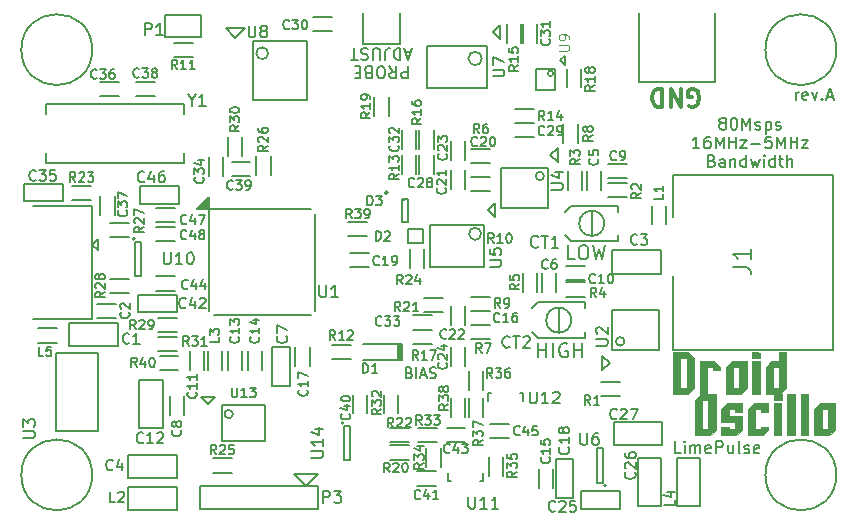
<source format=gto>
G04 #@! TF.FileFunction,Legend,Top*
%FSLAX46Y46*%
G04 Gerber Fmt 4.6, Leading zero omitted, Abs format (unit mm)*
G04 Created by KiCad (PCBNEW 4.0.2-stable) date 2016/09/19 18:56:50*
%MOMM*%
G01*
G04 APERTURE LIST*
%ADD10C,0.100000*%
%ADD11C,0.180000*%
%ADD12C,0.200000*%
%ADD13C,0.300000*%
%ADD14C,0.150000*%
%ADD15C,0.010000*%
%ADD16C,0.150660*%
%ADD17C,0.160020*%
G04 APERTURE END LIST*
D10*
D11*
X59795238Y33299048D02*
X59700000Y33346667D01*
X59652381Y33394286D01*
X59604762Y33489524D01*
X59604762Y33537143D01*
X59652381Y33632381D01*
X59700000Y33680000D01*
X59795238Y33727619D01*
X59985715Y33727619D01*
X60080953Y33680000D01*
X60128572Y33632381D01*
X60176191Y33537143D01*
X60176191Y33489524D01*
X60128572Y33394286D01*
X60080953Y33346667D01*
X59985715Y33299048D01*
X59795238Y33299048D01*
X59700000Y33251429D01*
X59652381Y33203810D01*
X59604762Y33108571D01*
X59604762Y32918095D01*
X59652381Y32822857D01*
X59700000Y32775238D01*
X59795238Y32727619D01*
X59985715Y32727619D01*
X60080953Y32775238D01*
X60128572Y32822857D01*
X60176191Y32918095D01*
X60176191Y33108571D01*
X60128572Y33203810D01*
X60080953Y33251429D01*
X59985715Y33299048D01*
X60795238Y33727619D02*
X60890477Y33727619D01*
X60985715Y33680000D01*
X61033334Y33632381D01*
X61080953Y33537143D01*
X61128572Y33346667D01*
X61128572Y33108571D01*
X61080953Y32918095D01*
X61033334Y32822857D01*
X60985715Y32775238D01*
X60890477Y32727619D01*
X60795238Y32727619D01*
X60700000Y32775238D01*
X60652381Y32822857D01*
X60604762Y32918095D01*
X60557143Y33108571D01*
X60557143Y33346667D01*
X60604762Y33537143D01*
X60652381Y33632381D01*
X60700000Y33680000D01*
X60795238Y33727619D01*
X61557143Y32727619D02*
X61557143Y33727619D01*
X61890477Y33013333D01*
X62223810Y33727619D01*
X62223810Y32727619D01*
X62652381Y32775238D02*
X62747619Y32727619D01*
X62938095Y32727619D01*
X63033334Y32775238D01*
X63080953Y32870476D01*
X63080953Y32918095D01*
X63033334Y33013333D01*
X62938095Y33060952D01*
X62795238Y33060952D01*
X62700000Y33108571D01*
X62652381Y33203810D01*
X62652381Y33251429D01*
X62700000Y33346667D01*
X62795238Y33394286D01*
X62938095Y33394286D01*
X63033334Y33346667D01*
X63509524Y33394286D02*
X63509524Y32394286D01*
X63509524Y33346667D02*
X63604762Y33394286D01*
X63795239Y33394286D01*
X63890477Y33346667D01*
X63938096Y33299048D01*
X63985715Y33203810D01*
X63985715Y32918095D01*
X63938096Y32822857D01*
X63890477Y32775238D01*
X63795239Y32727619D01*
X63604762Y32727619D01*
X63509524Y32775238D01*
X64366667Y32775238D02*
X64461905Y32727619D01*
X64652381Y32727619D01*
X64747620Y32775238D01*
X64795239Y32870476D01*
X64795239Y32918095D01*
X64747620Y33013333D01*
X64652381Y33060952D01*
X64509524Y33060952D01*
X64414286Y33108571D01*
X64366667Y33203810D01*
X64366667Y33251429D01*
X64414286Y33346667D01*
X64509524Y33394286D01*
X64652381Y33394286D01*
X64747620Y33346667D01*
X57914286Y31147619D02*
X57342857Y31147619D01*
X57628571Y31147619D02*
X57628571Y32147619D01*
X57533333Y32004762D01*
X57438095Y31909524D01*
X57342857Y31861905D01*
X58771429Y32147619D02*
X58580952Y32147619D01*
X58485714Y32100000D01*
X58438095Y32052381D01*
X58342857Y31909524D01*
X58295238Y31719048D01*
X58295238Y31338095D01*
X58342857Y31242857D01*
X58390476Y31195238D01*
X58485714Y31147619D01*
X58676191Y31147619D01*
X58771429Y31195238D01*
X58819048Y31242857D01*
X58866667Y31338095D01*
X58866667Y31576190D01*
X58819048Y31671429D01*
X58771429Y31719048D01*
X58676191Y31766667D01*
X58485714Y31766667D01*
X58390476Y31719048D01*
X58342857Y31671429D01*
X58295238Y31576190D01*
X59295238Y31147619D02*
X59295238Y32147619D01*
X59628572Y31433333D01*
X59961905Y32147619D01*
X59961905Y31147619D01*
X60438095Y31147619D02*
X60438095Y32147619D01*
X60438095Y31671429D02*
X61009524Y31671429D01*
X61009524Y31147619D02*
X61009524Y32147619D01*
X61390476Y31814286D02*
X61914286Y31814286D01*
X61390476Y31147619D01*
X61914286Y31147619D01*
X62295238Y31528571D02*
X63057143Y31528571D01*
X64009524Y32147619D02*
X63533333Y32147619D01*
X63485714Y31671429D01*
X63533333Y31719048D01*
X63628571Y31766667D01*
X63866667Y31766667D01*
X63961905Y31719048D01*
X64009524Y31671429D01*
X64057143Y31576190D01*
X64057143Y31338095D01*
X64009524Y31242857D01*
X63961905Y31195238D01*
X63866667Y31147619D01*
X63628571Y31147619D01*
X63533333Y31195238D01*
X63485714Y31242857D01*
X64485714Y31147619D02*
X64485714Y32147619D01*
X64819048Y31433333D01*
X65152381Y32147619D01*
X65152381Y31147619D01*
X65628571Y31147619D02*
X65628571Y32147619D01*
X65628571Y31671429D02*
X66200000Y31671429D01*
X66200000Y31147619D02*
X66200000Y32147619D01*
X66580952Y31814286D02*
X67104762Y31814286D01*
X66580952Y31147619D01*
X67104762Y31147619D01*
X58961905Y30091429D02*
X59104762Y30043810D01*
X59152381Y29996190D01*
X59200000Y29900952D01*
X59200000Y29758095D01*
X59152381Y29662857D01*
X59104762Y29615238D01*
X59009524Y29567619D01*
X58628571Y29567619D01*
X58628571Y30567619D01*
X58961905Y30567619D01*
X59057143Y30520000D01*
X59104762Y30472381D01*
X59152381Y30377143D01*
X59152381Y30281905D01*
X59104762Y30186667D01*
X59057143Y30139048D01*
X58961905Y30091429D01*
X58628571Y30091429D01*
X60057143Y29567619D02*
X60057143Y30091429D01*
X60009524Y30186667D01*
X59914286Y30234286D01*
X59723809Y30234286D01*
X59628571Y30186667D01*
X60057143Y29615238D02*
X59961905Y29567619D01*
X59723809Y29567619D01*
X59628571Y29615238D01*
X59580952Y29710476D01*
X59580952Y29805714D01*
X59628571Y29900952D01*
X59723809Y29948571D01*
X59961905Y29948571D01*
X60057143Y29996190D01*
X60533333Y30234286D02*
X60533333Y29567619D01*
X60533333Y30139048D02*
X60580952Y30186667D01*
X60676190Y30234286D01*
X60819048Y30234286D01*
X60914286Y30186667D01*
X60961905Y30091429D01*
X60961905Y29567619D01*
X61866667Y29567619D02*
X61866667Y30567619D01*
X61866667Y29615238D02*
X61771429Y29567619D01*
X61580952Y29567619D01*
X61485714Y29615238D01*
X61438095Y29662857D01*
X61390476Y29758095D01*
X61390476Y30043810D01*
X61438095Y30139048D01*
X61485714Y30186667D01*
X61580952Y30234286D01*
X61771429Y30234286D01*
X61866667Y30186667D01*
X62247619Y30234286D02*
X62438095Y29567619D01*
X62628572Y30043810D01*
X62819048Y29567619D01*
X63009524Y30234286D01*
X63390476Y29567619D02*
X63390476Y30234286D01*
X63390476Y30567619D02*
X63342857Y30520000D01*
X63390476Y30472381D01*
X63438095Y30520000D01*
X63390476Y30567619D01*
X63390476Y30472381D01*
X64295238Y29567619D02*
X64295238Y30567619D01*
X64295238Y29615238D02*
X64200000Y29567619D01*
X64009523Y29567619D01*
X63914285Y29615238D01*
X63866666Y29662857D01*
X63819047Y29758095D01*
X63819047Y30043810D01*
X63866666Y30139048D01*
X63914285Y30186667D01*
X64009523Y30234286D01*
X64200000Y30234286D01*
X64295238Y30186667D01*
X64628571Y30234286D02*
X65009523Y30234286D01*
X64771428Y30567619D02*
X64771428Y29710476D01*
X64819047Y29615238D01*
X64914285Y29567619D01*
X65009523Y29567619D01*
X65342857Y29567619D02*
X65342857Y30567619D01*
X65771429Y29567619D02*
X65771429Y30091429D01*
X65723810Y30186667D01*
X65628572Y30234286D01*
X65485714Y30234286D01*
X65390476Y30186667D01*
X65342857Y30139048D01*
D12*
X56328572Y5347619D02*
X55852381Y5347619D01*
X55852381Y6347619D01*
X56661905Y5347619D02*
X56661905Y6014286D01*
X56661905Y6347619D02*
X56614286Y6300000D01*
X56661905Y6252381D01*
X56709524Y6300000D01*
X56661905Y6347619D01*
X56661905Y6252381D01*
X57138095Y5347619D02*
X57138095Y6014286D01*
X57138095Y5919048D02*
X57185714Y5966667D01*
X57280952Y6014286D01*
X57423810Y6014286D01*
X57519048Y5966667D01*
X57566667Y5871429D01*
X57566667Y5347619D01*
X57566667Y5871429D02*
X57614286Y5966667D01*
X57709524Y6014286D01*
X57852381Y6014286D01*
X57947619Y5966667D01*
X57995238Y5871429D01*
X57995238Y5347619D01*
X58852381Y5395238D02*
X58757143Y5347619D01*
X58566666Y5347619D01*
X58471428Y5395238D01*
X58423809Y5490476D01*
X58423809Y5871429D01*
X58471428Y5966667D01*
X58566666Y6014286D01*
X58757143Y6014286D01*
X58852381Y5966667D01*
X58900000Y5871429D01*
X58900000Y5776190D01*
X58423809Y5680952D01*
X59328571Y5347619D02*
X59328571Y6347619D01*
X59709524Y6347619D01*
X59804762Y6300000D01*
X59852381Y6252381D01*
X59900000Y6157143D01*
X59900000Y6014286D01*
X59852381Y5919048D01*
X59804762Y5871429D01*
X59709524Y5823810D01*
X59328571Y5823810D01*
X60757143Y6014286D02*
X60757143Y5347619D01*
X60328571Y6014286D02*
X60328571Y5490476D01*
X60376190Y5395238D01*
X60471428Y5347619D01*
X60614286Y5347619D01*
X60709524Y5395238D01*
X60757143Y5442857D01*
X61376190Y5347619D02*
X61280952Y5395238D01*
X61233333Y5490476D01*
X61233333Y6347619D01*
X61709524Y5395238D02*
X61804762Y5347619D01*
X61995238Y5347619D01*
X62090477Y5395238D01*
X62138096Y5490476D01*
X62138096Y5538095D01*
X62090477Y5633333D01*
X61995238Y5680952D01*
X61852381Y5680952D01*
X61757143Y5728571D01*
X61709524Y5823810D01*
X61709524Y5871429D01*
X61757143Y5966667D01*
X61852381Y6014286D01*
X61995238Y6014286D01*
X62090477Y5966667D01*
X62947620Y5395238D02*
X62852382Y5347619D01*
X62661905Y5347619D01*
X62566667Y5395238D01*
X62519048Y5490476D01*
X62519048Y5871429D01*
X62566667Y5966667D01*
X62661905Y6014286D01*
X62852382Y6014286D01*
X62947620Y5966667D01*
X62995239Y5871429D01*
X62995239Y5776190D01*
X62519048Y5680952D01*
X66052381Y35247619D02*
X66052381Y35914286D01*
X66052381Y35723810D02*
X66100000Y35819048D01*
X66147619Y35866667D01*
X66242857Y35914286D01*
X66338096Y35914286D01*
X67052382Y35295238D02*
X66957144Y35247619D01*
X66766667Y35247619D01*
X66671429Y35295238D01*
X66623810Y35390476D01*
X66623810Y35771429D01*
X66671429Y35866667D01*
X66766667Y35914286D01*
X66957144Y35914286D01*
X67052382Y35866667D01*
X67100001Y35771429D01*
X67100001Y35676190D01*
X66623810Y35580952D01*
X67433334Y35914286D02*
X67671429Y35247619D01*
X67909525Y35914286D01*
X68290477Y35342857D02*
X68338096Y35295238D01*
X68290477Y35247619D01*
X68242858Y35295238D01*
X68290477Y35342857D01*
X68290477Y35247619D01*
X68719048Y35533333D02*
X69195239Y35533333D01*
X68623810Y35247619D02*
X68957143Y36247619D01*
X69290477Y35247619D01*
D13*
X57042857Y34750000D02*
X57185714Y34678571D01*
X57400000Y34678571D01*
X57614285Y34750000D01*
X57757143Y34892857D01*
X57828571Y35035714D01*
X57900000Y35321429D01*
X57900000Y35535714D01*
X57828571Y35821429D01*
X57757143Y35964286D01*
X57614285Y36107143D01*
X57400000Y36178571D01*
X57257143Y36178571D01*
X57042857Y36107143D01*
X56971428Y36035714D01*
X56971428Y35535714D01*
X57257143Y35535714D01*
X56328571Y36178571D02*
X56328571Y34678571D01*
X55471428Y36178571D01*
X55471428Y34678571D01*
X54757142Y36178571D02*
X54757142Y34678571D01*
X54399999Y34678571D01*
X54185714Y34750000D01*
X54042856Y34892857D01*
X53971428Y35035714D01*
X53899999Y35321429D01*
X53899999Y35535714D01*
X53971428Y35821429D01*
X54042856Y35964286D01*
X54185714Y36107143D01*
X54399999Y36178571D01*
X54757142Y36178571D01*
D12*
X52800000Y36800000D02*
X52800000Y42600000D01*
X59200000Y36800000D02*
X59200000Y42600000D01*
X52800000Y36800000D02*
X59200000Y36800000D01*
D14*
X33335715Y12164286D02*
X33464286Y12121429D01*
X33507143Y12078571D01*
X33550000Y11992857D01*
X33550000Y11864286D01*
X33507143Y11778571D01*
X33464286Y11735714D01*
X33378572Y11692857D01*
X33035715Y11692857D01*
X33035715Y12592857D01*
X33335715Y12592857D01*
X33421429Y12550000D01*
X33464286Y12507143D01*
X33507143Y12421429D01*
X33507143Y12335714D01*
X33464286Y12250000D01*
X33421429Y12207143D01*
X33335715Y12164286D01*
X33035715Y12164286D01*
X33935715Y11692857D02*
X33935715Y12592857D01*
X34321429Y11950000D02*
X34750000Y11950000D01*
X34235714Y11692857D02*
X34535714Y12592857D01*
X34835714Y11692857D01*
X35092858Y11735714D02*
X35221429Y11692857D01*
X35435715Y11692857D01*
X35521429Y11735714D01*
X35564286Y11778571D01*
X35607143Y11864286D01*
X35607143Y11950000D01*
X35564286Y12035714D01*
X35521429Y12078571D01*
X35435715Y12121429D01*
X35264286Y12164286D01*
X35178572Y12207143D01*
X35135715Y12250000D01*
X35092858Y12335714D01*
X35092858Y12421429D01*
X35135715Y12507143D01*
X35178572Y12550000D01*
X35264286Y12592857D01*
X35478572Y12592857D01*
X35607143Y12550000D01*
D12*
X29400000Y40000000D02*
X29400000Y42600000D01*
X32600000Y42600000D02*
X32600000Y40000000D01*
X32600000Y40000000D02*
X29400000Y40000000D01*
D14*
X47357143Y21757143D02*
X46785714Y21757143D01*
X46785714Y22957143D01*
X47985715Y22957143D02*
X48214286Y22957143D01*
X48328572Y22900000D01*
X48442858Y22785714D01*
X48500000Y22557143D01*
X48500000Y22157143D01*
X48442858Y21928571D01*
X48328572Y21814286D01*
X48214286Y21757143D01*
X47985715Y21757143D01*
X47871429Y21814286D01*
X47757143Y21928571D01*
X47700000Y22157143D01*
X47700000Y22557143D01*
X47757143Y22785714D01*
X47871429Y22900000D01*
X47985715Y22957143D01*
X48900001Y22957143D02*
X49185715Y21757143D01*
X49414286Y22614286D01*
X49642858Y21757143D01*
X49928572Y22957143D01*
X44242857Y13457143D02*
X44242857Y14657143D01*
X44242857Y14085714D02*
X44928572Y14085714D01*
X44928572Y13457143D02*
X44928572Y14657143D01*
X45500000Y13457143D02*
X45500000Y14657143D01*
X46700001Y14600000D02*
X46585715Y14657143D01*
X46414286Y14657143D01*
X46242858Y14600000D01*
X46128572Y14485714D01*
X46071429Y14371429D01*
X46014286Y14142857D01*
X46014286Y13971429D01*
X46071429Y13742857D01*
X46128572Y13628571D01*
X46242858Y13514286D01*
X46414286Y13457143D01*
X46528572Y13457143D01*
X46700001Y13514286D01*
X46757144Y13571429D01*
X46757144Y13971429D01*
X46528572Y13971429D01*
X47271429Y13457143D02*
X47271429Y14657143D01*
X47271429Y14085714D02*
X47957144Y14085714D01*
X47957144Y13457143D02*
X47957144Y14657143D01*
X33238095Y38077381D02*
X33238095Y37077381D01*
X32857142Y37077381D01*
X32761904Y37125000D01*
X32714285Y37172619D01*
X32666666Y37267857D01*
X32666666Y37410714D01*
X32714285Y37505952D01*
X32761904Y37553571D01*
X32857142Y37601190D01*
X33238095Y37601190D01*
X31666666Y38077381D02*
X32000000Y37601190D01*
X32238095Y38077381D02*
X32238095Y37077381D01*
X31857142Y37077381D01*
X31761904Y37125000D01*
X31714285Y37172619D01*
X31666666Y37267857D01*
X31666666Y37410714D01*
X31714285Y37505952D01*
X31761904Y37553571D01*
X31857142Y37601190D01*
X32238095Y37601190D01*
X31047619Y37077381D02*
X30857142Y37077381D01*
X30761904Y37125000D01*
X30666666Y37220238D01*
X30619047Y37410714D01*
X30619047Y37744048D01*
X30666666Y37934524D01*
X30761904Y38029762D01*
X30857142Y38077381D01*
X31047619Y38077381D01*
X31142857Y38029762D01*
X31238095Y37934524D01*
X31285714Y37744048D01*
X31285714Y37410714D01*
X31238095Y37220238D01*
X31142857Y37125000D01*
X31047619Y37077381D01*
X29857142Y37553571D02*
X29714285Y37601190D01*
X29666666Y37648810D01*
X29619047Y37744048D01*
X29619047Y37886905D01*
X29666666Y37982143D01*
X29714285Y38029762D01*
X29809523Y38077381D01*
X30190476Y38077381D01*
X30190476Y37077381D01*
X29857142Y37077381D01*
X29761904Y37125000D01*
X29714285Y37172619D01*
X29666666Y37267857D01*
X29666666Y37363095D01*
X29714285Y37458333D01*
X29761904Y37505952D01*
X29857142Y37553571D01*
X30190476Y37553571D01*
X29190476Y37553571D02*
X28857142Y37553571D01*
X28714285Y38077381D02*
X29190476Y38077381D01*
X29190476Y37077381D01*
X28714285Y37077381D01*
X33500000Y39341667D02*
X33023809Y39341667D01*
X33595238Y39627381D02*
X33261905Y38627381D01*
X32928571Y39627381D01*
X32595238Y39627381D02*
X32595238Y38627381D01*
X32357143Y38627381D01*
X32214285Y38675000D01*
X32119047Y38770238D01*
X32071428Y38865476D01*
X32023809Y39055952D01*
X32023809Y39198810D01*
X32071428Y39389286D01*
X32119047Y39484524D01*
X32214285Y39579762D01*
X32357143Y39627381D01*
X32595238Y39627381D01*
X31309523Y38627381D02*
X31309523Y39341667D01*
X31357143Y39484524D01*
X31452381Y39579762D01*
X31595238Y39627381D01*
X31690476Y39627381D01*
X30833333Y38627381D02*
X30833333Y39436905D01*
X30785714Y39532143D01*
X30738095Y39579762D01*
X30642857Y39627381D01*
X30452380Y39627381D01*
X30357142Y39579762D01*
X30309523Y39532143D01*
X30261904Y39436905D01*
X30261904Y38627381D01*
X29833333Y39579762D02*
X29690476Y39627381D01*
X29452380Y39627381D01*
X29357142Y39579762D01*
X29309523Y39532143D01*
X29261904Y39436905D01*
X29261904Y39341667D01*
X29309523Y39246429D01*
X29357142Y39198810D01*
X29452380Y39151190D01*
X29642857Y39103571D01*
X29738095Y39055952D01*
X29785714Y39008333D01*
X29833333Y38913095D01*
X29833333Y38817857D01*
X29785714Y38722619D01*
X29738095Y38675000D01*
X29642857Y38627381D01*
X29404761Y38627381D01*
X29261904Y38675000D01*
X28976190Y38627381D02*
X28404761Y38627381D01*
X28690476Y39627381D02*
X28690476Y38627381D01*
X40000000Y25900000D02*
X40600000Y26500000D01*
X40600000Y26500000D02*
X40600000Y25300000D01*
X40600000Y25300000D02*
X40000000Y25900000D01*
X39686000Y24678000D02*
X39686000Y21122000D01*
X39686000Y21122000D02*
X35114000Y21122000D01*
X35114000Y21122000D02*
X35114000Y24678000D01*
X35114000Y24678000D02*
X39686000Y24678000D01*
X39432000Y23916000D02*
G75*
G03X39432000Y23916000I-508000J0D01*
G01*
X6500000Y26300000D02*
X6500000Y16700000D01*
X1500000Y16700000D02*
X6500000Y16700000D01*
X1500000Y26300000D02*
X6500000Y26300000D01*
X7000000Y23500000D02*
X6500000Y23000000D01*
X6500000Y23000000D02*
X7000000Y22500000D01*
X7000000Y22500000D02*
X7000000Y23500000D01*
X2550380Y29900640D02*
X14249620Y29900640D01*
X14249620Y34899360D02*
X2550380Y34899360D01*
X14249620Y29900640D02*
X14249620Y30749000D01*
X14249620Y34899360D02*
X14249620Y34051000D01*
X2550380Y29900640D02*
X2550380Y30749000D01*
X2550380Y34899360D02*
X2550380Y34051000D01*
X8650000Y14400000D02*
X4550000Y14400000D01*
X8650000Y16400000D02*
X4550000Y16400000D01*
X8650000Y16400000D02*
X8650000Y14400000D01*
X4550000Y14400000D02*
X4550000Y16400000D01*
X54650000Y20500000D02*
X50550000Y20500000D01*
X54650000Y22500000D02*
X50550000Y22500000D01*
X54650000Y22500000D02*
X54650000Y20500000D01*
X50550000Y20500000D02*
X50550000Y22500000D01*
X50000000Y2600000D02*
G75*
G03X50000000Y2600000I-100000J0D01*
G01*
X49250000Y2850000D02*
X49750000Y2850000D01*
X49250000Y5750000D02*
X49250000Y2850000D01*
X49750000Y5750000D02*
X49250000Y5750000D01*
X49750000Y2850000D02*
X49750000Y5750000D01*
X27800000Y7900000D02*
G75*
G03X27800000Y7900000I-100000J0D01*
G01*
X28350000Y7650000D02*
X27850000Y7650000D01*
X28350000Y4750000D02*
X28350000Y7650000D01*
X27850000Y4750000D02*
X28350000Y4750000D01*
X27850000Y7650000D02*
X27850000Y4750000D01*
X69200000Y14100000D02*
X69200000Y28900000D01*
X55700000Y25300000D02*
X55700000Y28900000D01*
X55700000Y20300000D02*
X55700000Y14100000D01*
X69200000Y14100000D02*
X55700000Y14100000D01*
X69200000Y28900000D02*
X55700000Y28900000D01*
X13650000Y3200000D02*
X9550000Y3200000D01*
X13650000Y5200000D02*
X9550000Y5200000D01*
X13650000Y5200000D02*
X13650000Y3200000D01*
X9550000Y3200000D02*
X9550000Y5200000D01*
X23250000Y14350000D02*
X21750000Y14350000D01*
X21750000Y11050000D02*
X21750000Y14350000D01*
X23250000Y11050000D02*
X21750000Y11050000D01*
X23250000Y14350000D02*
X23250000Y11050000D01*
X12500000Y11550000D02*
X12500000Y7450000D01*
X10500000Y11550000D02*
X10500000Y7450000D01*
X10500000Y11550000D02*
X12500000Y11550000D01*
X12500000Y7450000D02*
X10500000Y7450000D01*
X47250000Y4850000D02*
X45750000Y4850000D01*
X45750000Y1550000D02*
X45750000Y4850000D01*
X47250000Y1550000D02*
X45750000Y1550000D01*
X47250000Y4850000D02*
X47250000Y1550000D01*
X47850000Y2150000D02*
X47850000Y650000D01*
X51150000Y650000D02*
X47850000Y650000D01*
X51150000Y2150000D02*
X51150000Y650000D01*
X47850000Y2150000D02*
X51150000Y2150000D01*
X54700000Y4950000D02*
X54700000Y850000D01*
X52700000Y4950000D02*
X52700000Y850000D01*
X52700000Y4950000D02*
X54700000Y4950000D01*
X54700000Y850000D02*
X52700000Y850000D01*
X54750000Y6000000D02*
X50650000Y6000000D01*
X54750000Y8000000D02*
X50650000Y8000000D01*
X54750000Y8000000D02*
X54750000Y6000000D01*
X50650000Y6000000D02*
X50650000Y8000000D01*
X4050000Y26650000D02*
X4050000Y28150000D01*
X750000Y28150000D02*
X4050000Y28150000D01*
X750000Y26650000D02*
X750000Y28150000D01*
X4050000Y26650000D02*
X750000Y26650000D01*
X13650000Y17250000D02*
X13650000Y18750000D01*
X10350000Y18750000D02*
X13650000Y18750000D01*
X10350000Y17250000D02*
X10350000Y18750000D01*
X13650000Y17250000D02*
X10350000Y17250000D01*
X13850000Y26450000D02*
X13850000Y27950000D01*
X10550000Y27950000D02*
X13850000Y27950000D01*
X10550000Y26450000D02*
X10550000Y27950000D01*
X13850000Y26450000D02*
X10550000Y26450000D01*
X9550000Y2500000D02*
X13650000Y2500000D01*
X9550000Y500000D02*
X13650000Y500000D01*
X9550000Y500000D02*
X9550000Y2500000D01*
X13650000Y2500000D02*
X13650000Y500000D01*
X56000000Y850000D02*
X56000000Y4950000D01*
X58000000Y850000D02*
X58000000Y4950000D01*
X58000000Y850000D02*
X56000000Y850000D01*
X56000000Y4950000D02*
X58000000Y4950000D01*
X15700000Y42400000D02*
X15700000Y40600000D01*
X12700000Y42400000D02*
X12700000Y40600000D01*
X15700000Y40600000D02*
X12700000Y40600000D01*
X12700000Y42400000D02*
X15700000Y42400000D01*
X24600000Y2600000D02*
X25600000Y3600000D01*
X25600000Y3600000D02*
X24100000Y3600000D01*
X24100000Y3600000D02*
X23600000Y3600000D01*
X23600000Y3600000D02*
X24600000Y2600000D01*
X25600000Y1600000D02*
X25600000Y2600000D01*
X25600000Y2600000D02*
X15600000Y2600000D01*
X15600000Y2600000D02*
X15600000Y600000D01*
X15600000Y600000D02*
X25600000Y600000D01*
X25600000Y600000D02*
X25600000Y1600000D01*
X10100000Y23500000D02*
G75*
G03X10100000Y23500000I-100000J0D01*
G01*
X10650000Y23250000D02*
X10150000Y23250000D01*
X10650000Y20350000D02*
X10650000Y23250000D01*
X10150000Y20350000D02*
X10650000Y20350000D01*
X10150000Y23250000D02*
X10150000Y20350000D01*
X36800840Y2949760D02*
X36849100Y2949760D01*
X39599820Y3650800D02*
X39599820Y2949760D01*
X39599820Y2949760D02*
X39350900Y2949760D01*
X36800840Y2949760D02*
X36600180Y2949760D01*
X36600180Y2949760D02*
X36600180Y3650800D01*
X42799160Y10450240D02*
X42750900Y10450240D01*
X40000180Y9749200D02*
X40000180Y10450240D01*
X40000180Y10450240D02*
X40249100Y10450240D01*
X42799160Y10450240D02*
X42999820Y10450240D01*
X42999820Y10450240D02*
X42999820Y9749200D01*
X3400000Y13800000D02*
X7000000Y13800000D01*
X7000000Y13800000D02*
X7000000Y7200000D01*
X7000000Y7200000D02*
X3400000Y7200000D01*
X3400000Y7200000D02*
X3400000Y13800000D01*
X13800000Y13600000D02*
X12200000Y13600000D01*
X13800000Y12400000D02*
X12200000Y12400000D01*
X28200000Y23700000D02*
X29800000Y23700000D01*
X28200000Y24900000D02*
X29800000Y24900000D01*
X17500000Y12400000D02*
X17500000Y14000000D01*
X16300000Y12400000D02*
X16300000Y14000000D01*
X55100000Y24700000D02*
X55100000Y26300000D01*
X53900000Y24700000D02*
X53900000Y26300000D01*
X13500000Y20300000D02*
X11900000Y20300000D01*
X13500000Y19100000D02*
X11900000Y19100000D01*
X35300000Y17000000D02*
X33700000Y17000000D01*
X35300000Y15800000D02*
X33700000Y15800000D01*
X43000000Y41700000D02*
X43000000Y40100000D01*
X44200000Y41700000D02*
X44200000Y40100000D01*
X38100000Y12700000D02*
X38100000Y14300000D01*
X36900000Y12700000D02*
X36900000Y14300000D01*
X40200000Y17400000D02*
X38600000Y17400000D01*
X40200000Y16200000D02*
X38600000Y16200000D01*
X44300000Y4000000D02*
X44300000Y2400000D01*
X45500000Y4000000D02*
X45500000Y2400000D01*
X19700000Y14000000D02*
X19700000Y12400000D01*
X20900000Y14000000D02*
X20900000Y12400000D01*
X14800000Y14000000D02*
X14800000Y12400000D01*
X16000000Y14000000D02*
X16000000Y12400000D01*
X51800000Y29800000D02*
X50200000Y29800000D01*
X51800000Y28600000D02*
X50200000Y28600000D01*
X44600000Y20600000D02*
X44600000Y19000000D01*
X45800000Y20600000D02*
X45800000Y19000000D01*
X49600000Y27600000D02*
X49600000Y29200000D01*
X48400000Y27600000D02*
X48400000Y29200000D01*
X8500000Y18000000D02*
X6900000Y18000000D01*
X8500000Y16800000D02*
X6900000Y16800000D01*
X13100000Y10200000D02*
X13100000Y8600000D01*
X14300000Y10200000D02*
X14300000Y8600000D01*
X48200000Y21200000D02*
X46600000Y21200000D01*
X48200000Y20000000D02*
X46600000Y20000000D01*
X18000000Y14000000D02*
X18000000Y12400000D01*
X19200000Y14000000D02*
X19200000Y12400000D01*
X23700000Y14300000D02*
X23700000Y12700000D01*
X24900000Y14300000D02*
X24900000Y12700000D01*
X38600000Y28700000D02*
X40200000Y28700000D01*
X38600000Y29900000D02*
X40200000Y29900000D01*
X38100000Y27700000D02*
X38100000Y29300000D01*
X36900000Y27700000D02*
X36900000Y29300000D01*
X38100000Y16200000D02*
X38100000Y17800000D01*
X36900000Y16200000D02*
X36900000Y17800000D01*
X38100000Y30200000D02*
X38100000Y31800000D01*
X36900000Y30200000D02*
X36900000Y31800000D01*
X34200000Y30600000D02*
X34200000Y29000000D01*
X35400000Y30600000D02*
X35400000Y29000000D01*
X42300000Y32100000D02*
X43900000Y32100000D01*
X42300000Y33300000D02*
X43900000Y33300000D01*
X26800000Y42300000D02*
X25200000Y42300000D01*
X26800000Y41100000D02*
X25200000Y41100000D01*
X33900000Y31100000D02*
X33900000Y32700000D01*
X32700000Y31100000D02*
X32700000Y32700000D01*
X17600000Y28800000D02*
X17600000Y30400000D01*
X16400000Y28800000D02*
X16400000Y30400000D01*
X8800000Y36800000D02*
X7200000Y36800000D01*
X8800000Y35600000D02*
X7200000Y35600000D01*
X8400000Y25500000D02*
X8400000Y27100000D01*
X7200000Y25500000D02*
X7200000Y27100000D01*
X10200000Y35600000D02*
X11800000Y35600000D01*
X10200000Y36800000D02*
X11800000Y36800000D01*
X18300000Y28800000D02*
X19900000Y28800000D01*
X18300000Y30000000D02*
X19900000Y30000000D01*
X35600000Y3800000D02*
X34000000Y3800000D01*
X35600000Y2600000D02*
X34000000Y2600000D01*
X38100000Y7500000D02*
X36500000Y7500000D01*
X38100000Y6300000D02*
X36500000Y6300000D01*
X40200000Y6600000D02*
X41800000Y6600000D01*
X40200000Y7800000D02*
X41800000Y7800000D01*
X13500000Y26100000D02*
X11900000Y26100000D01*
X13500000Y24900000D02*
X11900000Y24900000D01*
X13500000Y24500000D02*
X11900000Y24500000D01*
X13500000Y23300000D02*
X11900000Y23300000D01*
X49600000Y10200000D02*
X51200000Y10200000D01*
X49600000Y11400000D02*
X51200000Y11400000D01*
X50200000Y27000000D02*
X51800000Y27000000D01*
X50200000Y28200000D02*
X51800000Y28200000D01*
X46800000Y29200000D02*
X46800000Y27600000D01*
X48000000Y29200000D02*
X48000000Y27600000D01*
X48200000Y19800000D02*
X46600000Y19800000D01*
X48200000Y18600000D02*
X46600000Y18600000D01*
X43000000Y20600000D02*
X43000000Y19000000D01*
X44200000Y20600000D02*
X44200000Y19000000D01*
X38600000Y29900000D02*
X40200000Y29900000D01*
X38600000Y31100000D02*
X40200000Y31100000D01*
X38600000Y15000000D02*
X40200000Y15000000D01*
X38600000Y16200000D02*
X40200000Y16200000D01*
X47600000Y31600000D02*
X47600000Y33200000D01*
X46400000Y31600000D02*
X46400000Y33200000D01*
X38600000Y17400000D02*
X40200000Y17400000D01*
X38600000Y18600000D02*
X40200000Y18600000D01*
X40200000Y28700000D02*
X38600000Y28700000D01*
X40200000Y27500000D02*
X38600000Y27500000D01*
X15000000Y40100000D02*
X13400000Y40100000D01*
X15000000Y38900000D02*
X13400000Y38900000D01*
X26800000Y13300000D02*
X28400000Y13300000D01*
X26800000Y14500000D02*
X28400000Y14500000D01*
X32700000Y30600000D02*
X32700000Y29000000D01*
X33900000Y30600000D02*
X33900000Y29000000D01*
X42300000Y33300000D02*
X43900000Y33300000D01*
X42300000Y34500000D02*
X43900000Y34500000D01*
X41600000Y41700000D02*
X41600000Y40100000D01*
X42800000Y41700000D02*
X42800000Y40100000D01*
X35400000Y31100000D02*
X35400000Y32700000D01*
X34200000Y31100000D02*
X34200000Y32700000D01*
X33700000Y14600000D02*
X35300000Y14600000D01*
X33700000Y15800000D02*
X35300000Y15800000D01*
X47900000Y36300000D02*
X47900000Y37900000D01*
X46700000Y36300000D02*
X46700000Y37900000D01*
X30400000Y35500000D02*
X30400000Y33900000D01*
X31600000Y35500000D02*
X31600000Y33900000D01*
X33300000Y6000000D02*
X31700000Y6000000D01*
X33300000Y4800000D02*
X31700000Y4800000D01*
X33300000Y7500000D02*
X31700000Y7500000D01*
X33300000Y6300000D02*
X31700000Y6300000D01*
X4800000Y26800000D02*
X6400000Y26800000D01*
X4800000Y28000000D02*
X6400000Y28000000D01*
X34600000Y21000000D02*
X34600000Y22600000D01*
X33400000Y21000000D02*
X33400000Y22600000D01*
X16700000Y3700000D02*
X18300000Y3700000D01*
X16700000Y4900000D02*
X18300000Y4900000D01*
X20400000Y30500000D02*
X20400000Y28900000D01*
X21600000Y30500000D02*
X21600000Y28900000D01*
X9600000Y24800000D02*
X8000000Y24800000D01*
X9600000Y23600000D02*
X8000000Y23600000D01*
X9600000Y20100000D02*
X8000000Y20100000D01*
X9600000Y18900000D02*
X8000000Y18900000D01*
X13700000Y16800000D02*
X12100000Y16800000D01*
X13700000Y15600000D02*
X12100000Y15600000D01*
X18000000Y32100000D02*
X18000000Y30500000D01*
X19200000Y32100000D02*
X19200000Y30500000D01*
X13700000Y15200000D02*
X12100000Y15200000D01*
X13700000Y14000000D02*
X12100000Y14000000D01*
X31200000Y10300000D02*
X31200000Y8700000D01*
X32400000Y10300000D02*
X32400000Y8700000D01*
X34100000Y6300000D02*
X35700000Y6300000D01*
X34100000Y7500000D02*
X35700000Y7500000D01*
X34800000Y5800000D02*
X34800000Y4200000D01*
X36000000Y5800000D02*
X36000000Y4200000D01*
X41300000Y3400000D02*
X41300000Y5000000D01*
X40100000Y3400000D02*
X40100000Y5000000D01*
X38400000Y12300000D02*
X38400000Y10700000D01*
X39600000Y12300000D02*
X39600000Y10700000D01*
X39600000Y8400000D02*
X39600000Y10000000D01*
X38400000Y8400000D02*
X38400000Y10000000D01*
X36900000Y10000000D02*
X36900000Y8400000D01*
X38100000Y10000000D02*
X38100000Y8400000D01*
X1900000Y14700000D02*
X3500000Y14700000D01*
X1900000Y15900000D02*
X3500000Y15900000D01*
X34600000Y17300000D02*
X36200000Y17300000D01*
X34600000Y18500000D02*
X36200000Y18500000D01*
X28600000Y10300000D02*
X28600000Y8700000D01*
X29800000Y10300000D02*
X29800000Y8700000D01*
X28300000Y21100000D02*
X29900000Y21100000D01*
X28300000Y22300000D02*
X29900000Y22300000D01*
X40400000Y41000000D02*
X41000000Y41600000D01*
X41000000Y41600000D02*
X41000000Y40400000D01*
X41000000Y40400000D02*
X40400000Y41000000D01*
X39940000Y39778000D02*
X39940000Y36222000D01*
X39940000Y36222000D02*
X34860000Y36222000D01*
X34860000Y36222000D02*
X34860000Y39778000D01*
X34860000Y39778000D02*
X39940000Y39778000D01*
X39491961Y38762000D02*
G75*
G03X39491961Y38762000I-567961J0D01*
G01*
X45700000Y37900000D02*
X44100000Y37900000D01*
X45700000Y36100000D02*
X44100000Y36100000D01*
X45700000Y37900000D02*
X45700000Y36100000D01*
X44100000Y36100000D02*
X44100000Y37900000D01*
X46500000Y38200000D02*
X46500000Y39000000D01*
X46500000Y39000000D02*
X46100000Y38600000D01*
X46100000Y38600000D02*
X46500000Y38200000D01*
X45523607Y37500000D02*
G75*
G03X45523607Y37500000I-223607J0D01*
G01*
X32600000Y13200000D02*
X32600000Y14600000D01*
X32700000Y14600000D02*
X32700000Y13200000D01*
X32700000Y13200000D02*
X29400000Y13200000D01*
X32700000Y14600000D02*
X29400000Y14600000D01*
X32400000Y14600000D02*
X32400000Y13200000D01*
X32500000Y14600000D02*
X32500000Y13200000D01*
X6500000Y3500000D02*
G75*
G03X6500000Y3500000I-3000000J0D01*
G01*
X69500000Y3500000D02*
G75*
G03X69500000Y3500000I-3000000J0D01*
G01*
X69500000Y39500000D02*
G75*
G03X69500000Y39500000I-3000000J0D01*
G01*
X6500000Y39500000D02*
G75*
G03X6500000Y39500000I-3000000J0D01*
G01*
D15*
G36*
X59292973Y7335174D02*
X59043315Y7087181D01*
X58793656Y6839189D01*
X57542433Y6839189D01*
X57542433Y9825405D01*
X58160271Y9825405D01*
X58160271Y7354054D01*
X58675135Y7354054D01*
X58675135Y9825405D01*
X58160271Y9825405D01*
X57542433Y9825405D01*
X57542433Y9832722D01*
X58034575Y10340270D01*
X59292973Y10340270D01*
X59292973Y7335174D01*
X59292973Y7335174D01*
G37*
X59292973Y7335174D02*
X59043315Y7087181D01*
X58793656Y6839189D01*
X57542433Y6839189D01*
X57542433Y9825405D01*
X58160271Y9825405D01*
X58160271Y7354054D01*
X58675135Y7354054D01*
X58675135Y9825405D01*
X58160271Y9825405D01*
X57542433Y9825405D01*
X57542433Y9832722D01*
X58034575Y10340270D01*
X59292973Y10340270D01*
X59292973Y7335174D01*
G36*
X61524054Y8830000D02*
X60906216Y8830000D01*
X60906216Y9070270D01*
X60388679Y9070270D01*
X60398596Y8769932D01*
X60408514Y8469594D01*
X61524054Y8450732D01*
X61524054Y7335174D01*
X61274396Y7087181D01*
X61024737Y6839189D01*
X59773514Y6839189D01*
X59773514Y7594324D01*
X60391352Y7594324D01*
X60391352Y7354054D01*
X60906216Y7354054D01*
X60906216Y7971892D01*
X59773514Y7971892D01*
X59773514Y9085818D01*
X60021506Y9335477D01*
X60269498Y9585135D01*
X61524054Y9585135D01*
X61524054Y8830000D01*
X61524054Y8830000D01*
G37*
X61524054Y8830000D02*
X60906216Y8830000D01*
X60906216Y9070270D01*
X60388679Y9070270D01*
X60398596Y8769932D01*
X60408514Y8469594D01*
X61524054Y8450732D01*
X61524054Y7335174D01*
X61274396Y7087181D01*
X61024737Y6839189D01*
X59773514Y6839189D01*
X59773514Y7594324D01*
X60391352Y7594324D01*
X60391352Y7354054D01*
X60906216Y7354054D01*
X60906216Y7971892D01*
X59773514Y7971892D01*
X59773514Y9085818D01*
X60021506Y9335477D01*
X60269498Y9585135D01*
X61524054Y9585135D01*
X61524054Y8830000D01*
G36*
X63755135Y8830000D02*
X63137298Y8830000D01*
X63137298Y9070270D01*
X62622433Y9070270D01*
X62622433Y7354054D01*
X63137298Y7354054D01*
X63137298Y7594324D01*
X63755135Y7594324D01*
X63755135Y7464749D01*
X63750055Y7400086D01*
X63728797Y7340894D01*
X63682340Y7273528D01*
X63601661Y7184342D01*
X63505477Y7087181D01*
X63255818Y6839189D01*
X62004595Y6839189D01*
X62004595Y9085818D01*
X62252587Y9335477D01*
X62500579Y9585135D01*
X63755135Y9585135D01*
X63755135Y8830000D01*
X63755135Y8830000D01*
G37*
X63755135Y8830000D02*
X63137298Y8830000D01*
X63137298Y9070270D01*
X62622433Y9070270D01*
X62622433Y7354054D01*
X63137298Y7354054D01*
X63137298Y7594324D01*
X63755135Y7594324D01*
X63755135Y7464749D01*
X63750055Y7400086D01*
X63728797Y7340894D01*
X63682340Y7273528D01*
X63601661Y7184342D01*
X63505477Y7087181D01*
X63255818Y6839189D01*
X62004595Y6839189D01*
X62004595Y9085818D01*
X62252587Y9335477D01*
X62500579Y9585135D01*
X63755135Y9585135D01*
X63755135Y8830000D01*
G36*
X64853514Y6839189D02*
X64235676Y6839189D01*
X64235676Y9585135D01*
X64853514Y9585135D01*
X64853514Y6839189D01*
X64853514Y6839189D01*
G37*
X64853514Y6839189D02*
X64235676Y6839189D01*
X64235676Y9585135D01*
X64853514Y9585135D01*
X64853514Y6839189D01*
G36*
X65986216Y6839189D02*
X65368379Y6839189D01*
X65368379Y10340270D01*
X65986216Y10340270D01*
X65986216Y6839189D01*
X65986216Y6839189D01*
G37*
X65986216Y6839189D02*
X65368379Y6839189D01*
X65368379Y10340270D01*
X65986216Y10340270D01*
X65986216Y6839189D01*
G36*
X67118919Y6839189D02*
X66501081Y6839189D01*
X66501081Y10340270D01*
X67118919Y10340270D01*
X67118919Y6839189D01*
X67118919Y6839189D01*
G37*
X67118919Y6839189D02*
X66501081Y6839189D01*
X66501081Y10340270D01*
X67118919Y10340270D01*
X67118919Y6839189D01*
G36*
X69384325Y7335174D02*
X69134666Y7087181D01*
X68885008Y6839189D01*
X67633784Y6839189D01*
X67633784Y9070270D01*
X68251622Y9070270D01*
X68251622Y7354054D01*
X68766487Y7354054D01*
X68766487Y9070270D01*
X68251622Y9070270D01*
X67633784Y9070270D01*
X67633784Y9085818D01*
X67881776Y9335477D01*
X68129769Y9585135D01*
X69384325Y9585135D01*
X69384325Y7335174D01*
X69384325Y7335174D01*
G37*
X69384325Y7335174D02*
X69134666Y7087181D01*
X68885008Y6839189D01*
X67633784Y6839189D01*
X67633784Y9070270D01*
X68251622Y9070270D01*
X68251622Y7354054D01*
X68766487Y7354054D01*
X68766487Y9070270D01*
X68251622Y9070270D01*
X67633784Y9070270D01*
X67633784Y9085818D01*
X67881776Y9335477D01*
X68129769Y9585135D01*
X69384325Y9585135D01*
X69384325Y7335174D01*
G36*
X64870676Y10323108D02*
X64870676Y9842567D01*
X64577294Y9832751D01*
X64441364Y9830941D01*
X64332663Y9834605D01*
X64268641Y9842956D01*
X64259794Y9847053D01*
X64247685Y9891251D01*
X64239028Y9984086D01*
X64235676Y10105562D01*
X64235676Y10342846D01*
X64870676Y10323108D01*
X64870676Y10323108D01*
G37*
X64870676Y10323108D02*
X64870676Y9842567D01*
X64577294Y9832751D01*
X64441364Y9830941D01*
X64332663Y9834605D01*
X64268641Y9842956D01*
X64259794Y9847053D01*
X64247685Y9891251D01*
X64239028Y9984086D01*
X64235676Y10105562D01*
X64235676Y10342846D01*
X64870676Y10323108D01*
G36*
X57189801Y13627683D02*
X57439460Y13379691D01*
X57439460Y10870579D01*
X57189801Y10622587D01*
X56940143Y10374594D01*
X55688919Y10374594D01*
X55688919Y13360811D01*
X56306757Y13360811D01*
X56306757Y10889459D01*
X56821622Y10889459D01*
X56821622Y13360811D01*
X56306757Y13360811D01*
X55688919Y13360811D01*
X55688919Y13875676D01*
X56940143Y13875676D01*
X57189801Y13627683D01*
X57189801Y13627683D01*
G37*
X57189801Y13627683D02*
X57439460Y13379691D01*
X57439460Y10870579D01*
X57189801Y10622587D01*
X56940143Y10374594D01*
X55688919Y10374594D01*
X55688919Y13360811D01*
X56306757Y13360811D01*
X56306757Y10889459D01*
X56821622Y10889459D01*
X56821622Y13360811D01*
X56306757Y13360811D01*
X55688919Y13360811D01*
X55688919Y13875676D01*
X56940143Y13875676D01*
X57189801Y13627683D01*
G36*
X59422548Y12870882D02*
X59536956Y12752932D01*
X59609979Y12668016D01*
X59650576Y12602496D01*
X59667706Y12542732D01*
X59670541Y12493314D01*
X59670541Y12365405D01*
X59052703Y12365405D01*
X59052703Y12605676D01*
X58537838Y12605676D01*
X58537838Y10374594D01*
X57920000Y10374594D01*
X57920000Y13120540D01*
X59174556Y13120540D01*
X59422548Y12870882D01*
X59422548Y12870882D01*
G37*
X59422548Y12870882D02*
X59536956Y12752932D01*
X59609979Y12668016D01*
X59650576Y12602496D01*
X59667706Y12542732D01*
X59670541Y12493314D01*
X59670541Y12365405D01*
X59052703Y12365405D01*
X59052703Y12605676D01*
X58537838Y12605676D01*
X58537838Y10374594D01*
X57920000Y10374594D01*
X57920000Y13120540D01*
X59174556Y13120540D01*
X59422548Y12870882D01*
G36*
X61901622Y10870579D02*
X61651963Y10622587D01*
X61402305Y10374594D01*
X60151081Y10374594D01*
X60151081Y12605676D01*
X60768919Y12605676D01*
X60768919Y10889459D01*
X61283784Y10889459D01*
X61283784Y12605676D01*
X60768919Y12605676D01*
X60151081Y12605676D01*
X60151081Y12621223D01*
X60399074Y12870882D01*
X60647066Y13120540D01*
X61901622Y13120540D01*
X61901622Y10870579D01*
X61901622Y10870579D01*
G37*
X61901622Y10870579D02*
X61651963Y10622587D01*
X61402305Y10374594D01*
X60151081Y10374594D01*
X60151081Y12605676D01*
X60768919Y12605676D01*
X60768919Y10889459D01*
X61283784Y10889459D01*
X61283784Y12605676D01*
X60768919Y12605676D01*
X60151081Y12605676D01*
X60151081Y12621223D01*
X60399074Y12870882D01*
X60647066Y13120540D01*
X61901622Y13120540D01*
X61901622Y10870579D01*
G36*
X63000000Y10374594D02*
X62382162Y10374594D01*
X62382162Y13120540D01*
X63000000Y13120540D01*
X63000000Y10374594D01*
X63000000Y10374594D01*
G37*
X63000000Y10374594D02*
X62382162Y10374594D01*
X62382162Y13120540D01*
X63000000Y13120540D01*
X63000000Y10374594D01*
G36*
X65265406Y10870579D02*
X65015747Y10622587D01*
X64766089Y10374594D01*
X63514865Y10374594D01*
X63514865Y12605676D01*
X64132703Y12605676D01*
X64132703Y10889459D01*
X64647568Y10889459D01*
X64647568Y12605676D01*
X64132703Y12605676D01*
X63514865Y12605676D01*
X63514865Y12621223D01*
X63762857Y12870882D01*
X64010850Y13120540D01*
X64647568Y13120540D01*
X64647568Y13875676D01*
X65265406Y13875676D01*
X65265406Y10870579D01*
X65265406Y10870579D01*
G37*
X65265406Y10870579D02*
X65015747Y10622587D01*
X64766089Y10374594D01*
X63514865Y10374594D01*
X63514865Y12605676D01*
X64132703Y12605676D01*
X64132703Y10889459D01*
X64647568Y10889459D01*
X64647568Y12605676D01*
X64132703Y12605676D01*
X63514865Y12605676D01*
X63514865Y12621223D01*
X63762857Y12870882D01*
X64010850Y13120540D01*
X64647568Y13120540D01*
X64647568Y13875676D01*
X65265406Y13875676D01*
X65265406Y10870579D01*
G36*
X62699662Y13868383D02*
X63017162Y13858513D01*
X63017162Y13377973D01*
X62723780Y13368157D01*
X62587851Y13366347D01*
X62479149Y13370010D01*
X62415127Y13378361D01*
X62406280Y13382459D01*
X62394172Y13426657D01*
X62385514Y13519491D01*
X62382163Y13640967D01*
X62382162Y13642414D01*
X62382162Y13878252D01*
X62699662Y13868383D01*
X62699662Y13868383D01*
G37*
X62699662Y13868383D02*
X63017162Y13858513D01*
X63017162Y13377973D01*
X62723780Y13368157D01*
X62587851Y13366347D01*
X62479149Y13370010D01*
X62415127Y13378361D01*
X62406280Y13382459D01*
X62394172Y13426657D01*
X62385514Y13519491D01*
X62382163Y13640967D01*
X62382162Y13642414D01*
X62382162Y13878252D01*
X62699662Y13868383D01*
D14*
X34500000Y23100000D02*
X33200000Y23100000D01*
X34500000Y24300000D02*
X33200000Y24300000D01*
X34500000Y24300000D02*
X34500000Y23100000D01*
X33200000Y24300000D02*
X33200000Y23100000D01*
D12*
X31541421Y27400000D02*
G75*
G03X31541421Y27400000I-141421J0D01*
G01*
D14*
X33000000Y26900000D02*
X32750000Y26650000D01*
X32750000Y24900000D02*
X33250000Y24900000D01*
X33250000Y24900000D02*
X33250000Y26900000D01*
X33250000Y26900000D02*
X32750000Y26900000D01*
X32750000Y26900000D02*
X32750000Y24900000D01*
X41100000Y26100000D02*
X41100000Y29500000D01*
X45100000Y29500000D02*
X45100000Y26100000D01*
X45100000Y29500000D02*
X41100000Y29500000D01*
X45100000Y26100000D02*
X41100000Y26100000D01*
X45900000Y30000000D02*
X45900000Y31200000D01*
X45900000Y31200000D02*
X45300000Y30600000D01*
X45300000Y30600000D02*
X45900000Y30000000D01*
X44760555Y28800000D02*
G75*
G03X44760555Y28800000I-360555J0D01*
G01*
X54500000Y17500000D02*
X54500000Y14100000D01*
X50500000Y14100000D02*
X50500000Y17500000D01*
X50500000Y14100000D02*
X54500000Y14100000D01*
X50500000Y17500000D02*
X54500000Y17500000D01*
X49700000Y13600000D02*
X49700000Y12400000D01*
X49700000Y12400000D02*
X50300000Y13000000D01*
X50300000Y13000000D02*
X49700000Y13600000D01*
X51560555Y14800000D02*
G75*
G03X51560555Y14800000I-360555J0D01*
G01*
X21100000Y9400000D02*
X17500000Y9400000D01*
X17500000Y6400000D02*
X21100000Y6400000D01*
X21100000Y9400000D02*
X21100000Y6400000D01*
X17500000Y9400000D02*
X17500000Y6400000D01*
X16300000Y9500000D02*
X15700000Y10100000D01*
X15700000Y10100000D02*
X16900000Y10100000D01*
X16900000Y10100000D02*
X16300000Y9500000D01*
X18403553Y8650000D02*
G75*
G03X18403553Y8650000I-353553J0D01*
G01*
X48250000Y15100000D02*
X48250000Y15600000D01*
X48250000Y18100000D02*
X48250000Y17600000D01*
X46000000Y15600000D02*
X46000000Y17600000D01*
X47060660Y16600000D02*
G75*
G03X47060660Y16600000I-1060660J0D01*
G01*
X43750000Y15600000D02*
X44250000Y15100000D01*
X44250000Y15100000D02*
X48250000Y15100000D01*
X43750000Y17600000D02*
X44250000Y18100000D01*
X44250000Y18100000D02*
X48250000Y18100000D01*
X51050000Y23300000D02*
X51050000Y23800000D01*
X51050000Y26300000D02*
X51050000Y25800000D01*
X48800000Y23800000D02*
X48800000Y25800000D01*
X49860660Y24800000D02*
G75*
G03X49860660Y24800000I-1060660J0D01*
G01*
X46550000Y23800000D02*
X47050000Y23300000D01*
X47050000Y23300000D02*
X51050000Y23300000D01*
X46550000Y25800000D02*
X47050000Y26300000D01*
X47050000Y26300000D02*
X51050000Y26300000D01*
X20100000Y40200000D02*
X24700000Y40200000D01*
X20100000Y35200000D02*
X24700000Y35200000D01*
X24700000Y40200000D02*
X24700000Y35200000D01*
X20100000Y40200000D02*
X20100000Y35200000D01*
X18600000Y40500000D02*
X17800000Y41300000D01*
X17800000Y41300000D02*
X19400000Y41300000D01*
X19400000Y41300000D02*
X18600000Y40500000D01*
X21400000Y39200000D02*
G75*
G03X21400000Y39200000I-500000J0D01*
G01*
X16800000Y17000000D02*
X25000000Y17000000D01*
X25400000Y25600000D02*
X25400000Y17400000D01*
X16200000Y26000000D02*
X16400000Y26200000D01*
X16000000Y26000000D02*
X16400000Y26400000D01*
X16400000Y26500000D02*
X15900000Y26000000D01*
X15800000Y26000000D02*
X16400000Y26600000D01*
X15700000Y26000000D02*
X16400000Y26700000D01*
X15600000Y26000000D02*
X16400000Y26800000D01*
X15500000Y26000000D02*
X16400000Y26900000D01*
X16400000Y17400000D02*
X16400000Y26000000D01*
X25000000Y26000000D02*
X16400000Y26000000D01*
X15400000Y26000000D02*
X16400000Y27000000D01*
X15400000Y26000000D02*
X16400000Y26000000D01*
X16400000Y26000000D02*
X16400000Y27000000D01*
X40152381Y21138095D02*
X40961905Y21138095D01*
X41057143Y21185714D01*
X41104762Y21233333D01*
X41152381Y21328571D01*
X41152381Y21519048D01*
X41104762Y21614286D01*
X41057143Y21661905D01*
X40961905Y21709524D01*
X40152381Y21709524D01*
X40152381Y22661905D02*
X40152381Y22185714D01*
X40628571Y22138095D01*
X40580952Y22185714D01*
X40533333Y22280952D01*
X40533333Y22519048D01*
X40580952Y22614286D01*
X40628571Y22661905D01*
X40723810Y22709524D01*
X40961905Y22709524D01*
X41057143Y22661905D01*
X41104762Y22614286D01*
X41152381Y22519048D01*
X41152381Y22280952D01*
X41104762Y22185714D01*
X41057143Y22138095D01*
X14923809Y35223810D02*
X14923809Y34747619D01*
X14590476Y35747619D02*
X14923809Y35223810D01*
X15257143Y35747619D01*
X16114286Y34747619D02*
X15542857Y34747619D01*
X15828571Y34747619D02*
X15828571Y35747619D01*
X15733333Y35604762D01*
X15638095Y35509524D01*
X15542857Y35461905D01*
X9650000Y14678571D02*
X9607143Y14635714D01*
X9478572Y14592857D01*
X9392858Y14592857D01*
X9264286Y14635714D01*
X9178572Y14721429D01*
X9135715Y14807143D01*
X9092858Y14978571D01*
X9092858Y15107143D01*
X9135715Y15278571D01*
X9178572Y15364286D01*
X9264286Y15450000D01*
X9392858Y15492857D01*
X9478572Y15492857D01*
X9607143Y15450000D01*
X9650000Y15407143D01*
X10507143Y14592857D02*
X9992858Y14592857D01*
X10250000Y14592857D02*
X10250000Y15492857D01*
X10164286Y15364286D01*
X10078572Y15278571D01*
X9992858Y15235714D01*
X52650000Y23078571D02*
X52607143Y23035714D01*
X52478572Y22992857D01*
X52392858Y22992857D01*
X52264286Y23035714D01*
X52178572Y23121429D01*
X52135715Y23207143D01*
X52092858Y23378571D01*
X52092858Y23507143D01*
X52135715Y23678571D01*
X52178572Y23764286D01*
X52264286Y23850000D01*
X52392858Y23892857D01*
X52478572Y23892857D01*
X52607143Y23850000D01*
X52650000Y23807143D01*
X52950000Y23892857D02*
X53507143Y23892857D01*
X53207143Y23550000D01*
X53335715Y23550000D01*
X53421429Y23507143D01*
X53464286Y23464286D01*
X53507143Y23378571D01*
X53507143Y23164286D01*
X53464286Y23078571D01*
X53421429Y23035714D01*
X53335715Y22992857D01*
X53078572Y22992857D01*
X52992858Y23035714D01*
X52950000Y23078571D01*
X47838095Y7047619D02*
X47838095Y6238095D01*
X47885714Y6142857D01*
X47933333Y6095238D01*
X48028571Y6047619D01*
X48219048Y6047619D01*
X48314286Y6095238D01*
X48361905Y6142857D01*
X48409524Y6238095D01*
X48409524Y7047619D01*
X49314286Y7047619D02*
X49123809Y7047619D01*
X49028571Y7000000D01*
X48980952Y6952381D01*
X48885714Y6809524D01*
X48838095Y6619048D01*
X48838095Y6238095D01*
X48885714Y6142857D01*
X48933333Y6095238D01*
X49028571Y6047619D01*
X49219048Y6047619D01*
X49314286Y6095238D01*
X49361905Y6142857D01*
X49409524Y6238095D01*
X49409524Y6476190D01*
X49361905Y6571429D01*
X49314286Y6619048D01*
X49219048Y6666667D01*
X49028571Y6666667D01*
X48933333Y6619048D01*
X48885714Y6571429D01*
X48838095Y6476190D01*
X25052381Y4961905D02*
X25861905Y4961905D01*
X25957143Y5009524D01*
X26004762Y5057143D01*
X26052381Y5152381D01*
X26052381Y5342858D01*
X26004762Y5438096D01*
X25957143Y5485715D01*
X25861905Y5533334D01*
X25052381Y5533334D01*
X26052381Y6533334D02*
X26052381Y5961905D01*
X26052381Y6247619D02*
X25052381Y6247619D01*
X25195238Y6152381D01*
X25290476Y6057143D01*
X25338095Y5961905D01*
X25385714Y7390477D02*
X26052381Y7390477D01*
X25004762Y7152381D02*
X25719048Y6914286D01*
X25719048Y7533334D01*
X60778571Y21100000D02*
X61850000Y21100000D01*
X62064286Y21028572D01*
X62207143Y20885715D01*
X62278571Y20671429D01*
X62278571Y20528572D01*
X62278571Y22600000D02*
X62278571Y21742857D01*
X62278571Y22171429D02*
X60778571Y22171429D01*
X60992857Y22028572D01*
X61135714Y21885714D01*
X61207143Y21742857D01*
X8250000Y3978571D02*
X8207143Y3935714D01*
X8078572Y3892857D01*
X7992858Y3892857D01*
X7864286Y3935714D01*
X7778572Y4021429D01*
X7735715Y4107143D01*
X7692858Y4278571D01*
X7692858Y4407143D01*
X7735715Y4578571D01*
X7778572Y4664286D01*
X7864286Y4750000D01*
X7992858Y4792857D01*
X8078572Y4792857D01*
X8207143Y4750000D01*
X8250000Y4707143D01*
X9021429Y4492857D02*
X9021429Y3892857D01*
X8807143Y4835714D02*
X8592858Y4192857D01*
X9150000Y4192857D01*
D16*
X22921429Y15250000D02*
X22964286Y15207143D01*
X23007143Y15078572D01*
X23007143Y14992858D01*
X22964286Y14864286D01*
X22878571Y14778572D01*
X22792857Y14735715D01*
X22621429Y14692858D01*
X22492857Y14692858D01*
X22321429Y14735715D01*
X22235714Y14778572D01*
X22150000Y14864286D01*
X22107143Y14992858D01*
X22107143Y15078572D01*
X22150000Y15207143D01*
X22192857Y15250000D01*
X22107143Y15550000D02*
X22107143Y16150000D01*
X23007143Y15764286D01*
D14*
X10821428Y6278571D02*
X10778571Y6235714D01*
X10650000Y6192857D01*
X10564286Y6192857D01*
X10435714Y6235714D01*
X10350000Y6321429D01*
X10307143Y6407143D01*
X10264286Y6578571D01*
X10264286Y6707143D01*
X10307143Y6878571D01*
X10350000Y6964286D01*
X10435714Y7050000D01*
X10564286Y7092857D01*
X10650000Y7092857D01*
X10778571Y7050000D01*
X10821428Y7007143D01*
X11678571Y6192857D02*
X11164286Y6192857D01*
X11421428Y6192857D02*
X11421428Y7092857D01*
X11335714Y6964286D01*
X11250000Y6878571D01*
X11164286Y6835714D01*
X12021429Y7007143D02*
X12064286Y7050000D01*
X12150000Y7092857D01*
X12364286Y7092857D01*
X12450000Y7050000D01*
X12492857Y7007143D01*
X12535714Y6921429D01*
X12535714Y6835714D01*
X12492857Y6707143D01*
X11978571Y6192857D01*
X12535714Y6192857D01*
D16*
X46821429Y5821428D02*
X46864286Y5778571D01*
X46907143Y5650000D01*
X46907143Y5564286D01*
X46864286Y5435714D01*
X46778571Y5350000D01*
X46692857Y5307143D01*
X46521429Y5264286D01*
X46392857Y5264286D01*
X46221429Y5307143D01*
X46135714Y5350000D01*
X46050000Y5435714D01*
X46007143Y5564286D01*
X46007143Y5650000D01*
X46050000Y5778571D01*
X46092857Y5821428D01*
X46907143Y6678571D02*
X46907143Y6164286D01*
X46907143Y6421428D02*
X46007143Y6421428D01*
X46135714Y6335714D01*
X46221429Y6250000D01*
X46264286Y6164286D01*
X46392857Y7192857D02*
X46350000Y7107143D01*
X46307143Y7064286D01*
X46221429Y7021429D01*
X46178571Y7021429D01*
X46092857Y7064286D01*
X46050000Y7107143D01*
X46007143Y7192857D01*
X46007143Y7364286D01*
X46050000Y7450000D01*
X46092857Y7492857D01*
X46178571Y7535714D01*
X46221429Y7535714D01*
X46307143Y7492857D01*
X46350000Y7450000D01*
X46392857Y7364286D01*
X46392857Y7192857D01*
X46435714Y7107143D01*
X46478571Y7064286D01*
X46564286Y7021429D01*
X46735714Y7021429D01*
X46821429Y7064286D01*
X46864286Y7107143D01*
X46907143Y7192857D01*
X46907143Y7364286D01*
X46864286Y7450000D01*
X46821429Y7492857D01*
X46735714Y7535714D01*
X46564286Y7535714D01*
X46478571Y7492857D01*
X46435714Y7450000D01*
X46392857Y7364286D01*
X45721428Y478571D02*
X45678571Y435714D01*
X45550000Y392857D01*
X45464286Y392857D01*
X45335714Y435714D01*
X45250000Y521429D01*
X45207143Y607143D01*
X45164286Y778571D01*
X45164286Y907143D01*
X45207143Y1078571D01*
X45250000Y1164286D01*
X45335714Y1250000D01*
X45464286Y1292857D01*
X45550000Y1292857D01*
X45678571Y1250000D01*
X45721428Y1207143D01*
X46064286Y1207143D02*
X46107143Y1250000D01*
X46192857Y1292857D01*
X46407143Y1292857D01*
X46492857Y1250000D01*
X46535714Y1207143D01*
X46578571Y1121429D01*
X46578571Y1035714D01*
X46535714Y907143D01*
X46021428Y392857D01*
X46578571Y392857D01*
X47392857Y1292857D02*
X46964286Y1292857D01*
X46921429Y864286D01*
X46964286Y907143D01*
X47050000Y950000D01*
X47264286Y950000D01*
X47350000Y907143D01*
X47392857Y864286D01*
X47435714Y778571D01*
X47435714Y564286D01*
X47392857Y478571D01*
X47350000Y435714D01*
X47264286Y392857D01*
X47050000Y392857D01*
X46964286Y435714D01*
X46921429Y478571D01*
D14*
X52421429Y3721428D02*
X52464286Y3678571D01*
X52507143Y3550000D01*
X52507143Y3464286D01*
X52464286Y3335714D01*
X52378571Y3250000D01*
X52292857Y3207143D01*
X52121429Y3164286D01*
X51992857Y3164286D01*
X51821429Y3207143D01*
X51735714Y3250000D01*
X51650000Y3335714D01*
X51607143Y3464286D01*
X51607143Y3550000D01*
X51650000Y3678571D01*
X51692857Y3721428D01*
X51692857Y4064286D02*
X51650000Y4107143D01*
X51607143Y4192857D01*
X51607143Y4407143D01*
X51650000Y4492857D01*
X51692857Y4535714D01*
X51778571Y4578571D01*
X51864286Y4578571D01*
X51992857Y4535714D01*
X52507143Y4021428D01*
X52507143Y4578571D01*
X51607143Y5350000D02*
X51607143Y5178571D01*
X51650000Y5092857D01*
X51692857Y5050000D01*
X51821429Y4964286D01*
X51992857Y4921429D01*
X52335714Y4921429D01*
X52421429Y4964286D01*
X52464286Y5007143D01*
X52507143Y5092857D01*
X52507143Y5264286D01*
X52464286Y5350000D01*
X52421429Y5392857D01*
X52335714Y5435714D01*
X52121429Y5435714D01*
X52035714Y5392857D01*
X51992857Y5350000D01*
X51950000Y5264286D01*
X51950000Y5092857D01*
X51992857Y5007143D01*
X52035714Y4964286D01*
X52121429Y4921429D01*
X50921428Y8278571D02*
X50878571Y8235714D01*
X50750000Y8192857D01*
X50664286Y8192857D01*
X50535714Y8235714D01*
X50450000Y8321429D01*
X50407143Y8407143D01*
X50364286Y8578571D01*
X50364286Y8707143D01*
X50407143Y8878571D01*
X50450000Y8964286D01*
X50535714Y9050000D01*
X50664286Y9092857D01*
X50750000Y9092857D01*
X50878571Y9050000D01*
X50921428Y9007143D01*
X51264286Y9007143D02*
X51307143Y9050000D01*
X51392857Y9092857D01*
X51607143Y9092857D01*
X51692857Y9050000D01*
X51735714Y9007143D01*
X51778571Y8921429D01*
X51778571Y8835714D01*
X51735714Y8707143D01*
X51221428Y8192857D01*
X51778571Y8192857D01*
X52078571Y9092857D02*
X52678571Y9092857D01*
X52292857Y8192857D01*
D16*
X1721428Y28478571D02*
X1678571Y28435714D01*
X1550000Y28392857D01*
X1464286Y28392857D01*
X1335714Y28435714D01*
X1250000Y28521429D01*
X1207143Y28607143D01*
X1164286Y28778571D01*
X1164286Y28907143D01*
X1207143Y29078571D01*
X1250000Y29164286D01*
X1335714Y29250000D01*
X1464286Y29292857D01*
X1550000Y29292857D01*
X1678571Y29250000D01*
X1721428Y29207143D01*
X2021428Y29292857D02*
X2578571Y29292857D01*
X2278571Y28950000D01*
X2407143Y28950000D01*
X2492857Y28907143D01*
X2535714Y28864286D01*
X2578571Y28778571D01*
X2578571Y28564286D01*
X2535714Y28478571D01*
X2492857Y28435714D01*
X2407143Y28392857D01*
X2150000Y28392857D01*
X2064286Y28435714D01*
X2021428Y28478571D01*
X3392857Y29292857D02*
X2964286Y29292857D01*
X2921429Y28864286D01*
X2964286Y28907143D01*
X3050000Y28950000D01*
X3264286Y28950000D01*
X3350000Y28907143D01*
X3392857Y28864286D01*
X3435714Y28778571D01*
X3435714Y28564286D01*
X3392857Y28478571D01*
X3350000Y28435714D01*
X3264286Y28392857D01*
X3050000Y28392857D01*
X2964286Y28435714D01*
X2921429Y28478571D01*
X14421428Y17678571D02*
X14378571Y17635714D01*
X14250000Y17592857D01*
X14164286Y17592857D01*
X14035714Y17635714D01*
X13950000Y17721429D01*
X13907143Y17807143D01*
X13864286Y17978571D01*
X13864286Y18107143D01*
X13907143Y18278571D01*
X13950000Y18364286D01*
X14035714Y18450000D01*
X14164286Y18492857D01*
X14250000Y18492857D01*
X14378571Y18450000D01*
X14421428Y18407143D01*
X15192857Y18192857D02*
X15192857Y17592857D01*
X14978571Y18535714D02*
X14764286Y17892857D01*
X15321428Y17892857D01*
X15621429Y18407143D02*
X15664286Y18450000D01*
X15750000Y18492857D01*
X15964286Y18492857D01*
X16050000Y18450000D01*
X16092857Y18407143D01*
X16135714Y18321429D01*
X16135714Y18235714D01*
X16092857Y18107143D01*
X15578571Y17592857D01*
X16135714Y17592857D01*
X10921428Y28378571D02*
X10878571Y28335714D01*
X10750000Y28292857D01*
X10664286Y28292857D01*
X10535714Y28335714D01*
X10450000Y28421429D01*
X10407143Y28507143D01*
X10364286Y28678571D01*
X10364286Y28807143D01*
X10407143Y28978571D01*
X10450000Y29064286D01*
X10535714Y29150000D01*
X10664286Y29192857D01*
X10750000Y29192857D01*
X10878571Y29150000D01*
X10921428Y29107143D01*
X11692857Y28892857D02*
X11692857Y28292857D01*
X11478571Y29235714D02*
X11264286Y28592857D01*
X11821428Y28592857D01*
X12550000Y29192857D02*
X12378571Y29192857D01*
X12292857Y29150000D01*
X12250000Y29107143D01*
X12164286Y28978571D01*
X12121429Y28807143D01*
X12121429Y28464286D01*
X12164286Y28378571D01*
X12207143Y28335714D01*
X12292857Y28292857D01*
X12464286Y28292857D01*
X12550000Y28335714D01*
X12592857Y28378571D01*
X12635714Y28464286D01*
X12635714Y28678571D01*
X12592857Y28764286D01*
X12550000Y28807143D01*
X12464286Y28850000D01*
X12292857Y28850000D01*
X12207143Y28807143D01*
X12164286Y28764286D01*
X12121429Y28678571D01*
D14*
X8450000Y1192857D02*
X8021429Y1192857D01*
X8021429Y2092857D01*
X8707143Y2007143D02*
X8750000Y2050000D01*
X8835714Y2092857D01*
X9050000Y2092857D01*
X9135714Y2050000D01*
X9178571Y2007143D01*
X9221428Y1921429D01*
X9221428Y1835714D01*
X9178571Y1707143D01*
X8664285Y1192857D01*
X9221428Y1192857D01*
X55807143Y1350000D02*
X55807143Y921429D01*
X54907143Y921429D01*
X55207143Y2035714D02*
X55807143Y2035714D01*
X54864286Y1821428D02*
X55507143Y1607143D01*
X55507143Y2164285D01*
X10961905Y40747619D02*
X10961905Y41747619D01*
X11342858Y41747619D01*
X11438096Y41700000D01*
X11485715Y41652381D01*
X11533334Y41557143D01*
X11533334Y41414286D01*
X11485715Y41319048D01*
X11438096Y41271429D01*
X11342858Y41223810D01*
X10961905Y41223810D01*
X12485715Y40747619D02*
X11914286Y40747619D01*
X12200000Y40747619D02*
X12200000Y41747619D01*
X12104762Y41604762D01*
X12009524Y41509524D01*
X11914286Y41461905D01*
X26061905Y1147619D02*
X26061905Y2147619D01*
X26442858Y2147619D01*
X26538096Y2100000D01*
X26585715Y2052381D01*
X26633334Y1957143D01*
X26633334Y1814286D01*
X26585715Y1719048D01*
X26538096Y1671429D01*
X26442858Y1623810D01*
X26061905Y1623810D01*
X26966667Y2147619D02*
X27585715Y2147619D01*
X27252381Y1766667D01*
X27395239Y1766667D01*
X27490477Y1719048D01*
X27538096Y1671429D01*
X27585715Y1576190D01*
X27585715Y1338095D01*
X27538096Y1242857D01*
X27490477Y1195238D01*
X27395239Y1147619D01*
X27109524Y1147619D01*
X27014286Y1195238D01*
X26966667Y1242857D01*
X12561905Y22347619D02*
X12561905Y21538095D01*
X12609524Y21442857D01*
X12657143Y21395238D01*
X12752381Y21347619D01*
X12942858Y21347619D01*
X13038096Y21395238D01*
X13085715Y21442857D01*
X13133334Y21538095D01*
X13133334Y22347619D01*
X14133334Y21347619D02*
X13561905Y21347619D01*
X13847619Y21347619D02*
X13847619Y22347619D01*
X13752381Y22204762D01*
X13657143Y22109524D01*
X13561905Y22061905D01*
X14752381Y22347619D02*
X14847620Y22347619D01*
X14942858Y22300000D01*
X14990477Y22252381D01*
X15038096Y22157143D01*
X15085715Y21966667D01*
X15085715Y21728571D01*
X15038096Y21538095D01*
X14990477Y21442857D01*
X14942858Y21395238D01*
X14847620Y21347619D01*
X14752381Y21347619D01*
X14657143Y21395238D01*
X14609524Y21442857D01*
X14561905Y21538095D01*
X14514286Y21728571D01*
X14514286Y21966667D01*
X14561905Y22157143D01*
X14609524Y22252381D01*
X14657143Y22300000D01*
X14752381Y22347619D01*
X38361905Y1647619D02*
X38361905Y838095D01*
X38409524Y742857D01*
X38457143Y695238D01*
X38552381Y647619D01*
X38742858Y647619D01*
X38838096Y695238D01*
X38885715Y742857D01*
X38933334Y838095D01*
X38933334Y1647619D01*
X39933334Y647619D02*
X39361905Y647619D01*
X39647619Y647619D02*
X39647619Y1647619D01*
X39552381Y1504762D01*
X39457143Y1409524D01*
X39361905Y1361905D01*
X40885715Y647619D02*
X40314286Y647619D01*
X40600000Y647619D02*
X40600000Y1647619D01*
X40504762Y1504762D01*
X40409524Y1409524D01*
X40314286Y1361905D01*
X43561905Y10547619D02*
X43561905Y9738095D01*
X43609524Y9642857D01*
X43657143Y9595238D01*
X43752381Y9547619D01*
X43942858Y9547619D01*
X44038096Y9595238D01*
X44085715Y9642857D01*
X44133334Y9738095D01*
X44133334Y10547619D01*
X45133334Y9547619D02*
X44561905Y9547619D01*
X44847619Y9547619D02*
X44847619Y10547619D01*
X44752381Y10404762D01*
X44657143Y10309524D01*
X44561905Y10261905D01*
X45514286Y10452381D02*
X45561905Y10500000D01*
X45657143Y10547619D01*
X45895239Y10547619D01*
X45990477Y10500000D01*
X46038096Y10452381D01*
X46085715Y10357143D01*
X46085715Y10261905D01*
X46038096Y10119048D01*
X45466667Y9547619D01*
X46085715Y9547619D01*
X652381Y6638095D02*
X1461905Y6638095D01*
X1557143Y6685714D01*
X1604762Y6733333D01*
X1652381Y6828571D01*
X1652381Y7019048D01*
X1604762Y7114286D01*
X1557143Y7161905D01*
X1461905Y7209524D01*
X652381Y7209524D01*
X652381Y7590476D02*
X652381Y8209524D01*
X1033333Y7876190D01*
X1033333Y8019048D01*
X1080952Y8114286D01*
X1128571Y8161905D01*
X1223810Y8209524D01*
X1461905Y8209524D01*
X1557143Y8161905D01*
X1604762Y8114286D01*
X1652381Y8019048D01*
X1652381Y7733333D01*
X1604762Y7638095D01*
X1557143Y7590476D01*
D17*
X10285650Y12638050D02*
X10018950Y13019050D01*
X9828450Y12638050D02*
X9828450Y13438150D01*
X10133250Y13438150D01*
X10209450Y13400050D01*
X10247550Y13361950D01*
X10285650Y13285750D01*
X10285650Y13171450D01*
X10247550Y13095250D01*
X10209450Y13057150D01*
X10133250Y13019050D01*
X9828450Y13019050D01*
X10971450Y13171450D02*
X10971450Y12638050D01*
X10780950Y13476250D02*
X10590450Y12904750D01*
X11085750Y12904750D01*
X11542950Y13438150D02*
X11619150Y13438150D01*
X11695350Y13400050D01*
X11733450Y13361950D01*
X11771550Y13285750D01*
X11809650Y13133350D01*
X11809650Y12942850D01*
X11771550Y12790450D01*
X11733450Y12714250D01*
X11695350Y12676150D01*
X11619150Y12638050D01*
X11542950Y12638050D01*
X11466750Y12676150D01*
X11428650Y12714250D01*
X11390550Y12790450D01*
X11352450Y12942850D01*
X11352450Y13133350D01*
X11390550Y13285750D01*
X11428650Y13361950D01*
X11466750Y13400050D01*
X11542950Y13438150D01*
X28485650Y25238050D02*
X28218950Y25619050D01*
X28028450Y25238050D02*
X28028450Y26038150D01*
X28333250Y26038150D01*
X28409450Y26000050D01*
X28447550Y25961950D01*
X28485650Y25885750D01*
X28485650Y25771450D01*
X28447550Y25695250D01*
X28409450Y25657150D01*
X28333250Y25619050D01*
X28028450Y25619050D01*
X28752350Y26038150D02*
X29247650Y26038150D01*
X28980950Y25733350D01*
X29095250Y25733350D01*
X29171450Y25695250D01*
X29209550Y25657150D01*
X29247650Y25580950D01*
X29247650Y25390450D01*
X29209550Y25314250D01*
X29171450Y25276150D01*
X29095250Y25238050D01*
X28866650Y25238050D01*
X28790450Y25276150D01*
X28752350Y25314250D01*
X29628650Y25238050D02*
X29781050Y25238050D01*
X29857250Y25276150D01*
X29895350Y25314250D01*
X29971550Y25428550D01*
X30009650Y25580950D01*
X30009650Y25885750D01*
X29971550Y25961950D01*
X29933450Y26000050D01*
X29857250Y26038150D01*
X29704850Y26038150D01*
X29628650Y26000050D01*
X29590550Y25961950D01*
X29552450Y25885750D01*
X29552450Y25695250D01*
X29590550Y25619050D01*
X29628650Y25580950D01*
X29704850Y25542850D01*
X29857250Y25542850D01*
X29933450Y25580950D01*
X29971550Y25619050D01*
X30009650Y25695250D01*
X17261950Y15166650D02*
X17261950Y14785650D01*
X16461850Y14785650D01*
X16461850Y15357150D02*
X16461850Y15852450D01*
X16766650Y15585750D01*
X16766650Y15700050D01*
X16804750Y15776250D01*
X16842850Y15814350D01*
X16919050Y15852450D01*
X17109550Y15852450D01*
X17185750Y15814350D01*
X17223850Y15776250D01*
X17261950Y15700050D01*
X17261950Y15471450D01*
X17223850Y15395250D01*
X17185750Y15357150D01*
X54861950Y27266650D02*
X54861950Y26885650D01*
X54061850Y26885650D01*
X54861950Y27952450D02*
X54861950Y27495250D01*
X54861950Y27723850D02*
X54061850Y27723850D01*
X54176150Y27647650D01*
X54252350Y27571450D01*
X54290450Y27495250D01*
X14585650Y19314250D02*
X14547550Y19276150D01*
X14433250Y19238050D01*
X14357050Y19238050D01*
X14242750Y19276150D01*
X14166550Y19352350D01*
X14128450Y19428550D01*
X14090350Y19580950D01*
X14090350Y19695250D01*
X14128450Y19847650D01*
X14166550Y19923850D01*
X14242750Y20000050D01*
X14357050Y20038150D01*
X14433250Y20038150D01*
X14547550Y20000050D01*
X14585650Y19961950D01*
X15271450Y19771450D02*
X15271450Y19238050D01*
X15080950Y20076250D02*
X14890450Y19504750D01*
X15385750Y19504750D01*
X16033450Y19771450D02*
X16033450Y19238050D01*
X15842950Y20076250D02*
X15652450Y19504750D01*
X16147750Y19504750D01*
X30985650Y16214250D02*
X30947550Y16176150D01*
X30833250Y16138050D01*
X30757050Y16138050D01*
X30642750Y16176150D01*
X30566550Y16252350D01*
X30528450Y16328550D01*
X30490350Y16480950D01*
X30490350Y16595250D01*
X30528450Y16747650D01*
X30566550Y16823850D01*
X30642750Y16900050D01*
X30757050Y16938150D01*
X30833250Y16938150D01*
X30947550Y16900050D01*
X30985650Y16861950D01*
X31252350Y16938150D02*
X31747650Y16938150D01*
X31480950Y16633350D01*
X31595250Y16633350D01*
X31671450Y16595250D01*
X31709550Y16557150D01*
X31747650Y16480950D01*
X31747650Y16290450D01*
X31709550Y16214250D01*
X31671450Y16176150D01*
X31595250Y16138050D01*
X31366650Y16138050D01*
X31290450Y16176150D01*
X31252350Y16214250D01*
X32014350Y16938150D02*
X32509650Y16938150D01*
X32242950Y16633350D01*
X32357250Y16633350D01*
X32433450Y16595250D01*
X32471550Y16557150D01*
X32509650Y16480950D01*
X32509650Y16290450D01*
X32471550Y16214250D01*
X32433450Y16176150D01*
X32357250Y16138050D01*
X32128650Y16138050D01*
X32052450Y16176150D01*
X32014350Y16214250D01*
X45185750Y40385650D02*
X45223850Y40347550D01*
X45261950Y40233250D01*
X45261950Y40157050D01*
X45223850Y40042750D01*
X45147650Y39966550D01*
X45071450Y39928450D01*
X44919050Y39890350D01*
X44804750Y39890350D01*
X44652350Y39928450D01*
X44576150Y39966550D01*
X44499950Y40042750D01*
X44461850Y40157050D01*
X44461850Y40233250D01*
X44499950Y40347550D01*
X44538050Y40385650D01*
X44461850Y40652350D02*
X44461850Y41147650D01*
X44766650Y40880950D01*
X44766650Y40995250D01*
X44804750Y41071450D01*
X44842850Y41109550D01*
X44919050Y41147650D01*
X45109550Y41147650D01*
X45185750Y41109550D01*
X45223850Y41071450D01*
X45261950Y40995250D01*
X45261950Y40766650D01*
X45223850Y40690450D01*
X45185750Y40652350D01*
X45261950Y41909650D02*
X45261950Y41452450D01*
X45261950Y41681050D02*
X44461850Y41681050D01*
X44576150Y41604850D01*
X44652350Y41528650D01*
X44690450Y41452450D01*
X36485750Y12985650D02*
X36523850Y12947550D01*
X36561950Y12833250D01*
X36561950Y12757050D01*
X36523850Y12642750D01*
X36447650Y12566550D01*
X36371450Y12528450D01*
X36219050Y12490350D01*
X36104750Y12490350D01*
X35952350Y12528450D01*
X35876150Y12566550D01*
X35799950Y12642750D01*
X35761850Y12757050D01*
X35761850Y12833250D01*
X35799950Y12947550D01*
X35838050Y12985650D01*
X35838050Y13290450D02*
X35799950Y13328550D01*
X35761850Y13404750D01*
X35761850Y13595250D01*
X35799950Y13671450D01*
X35838050Y13709550D01*
X35914250Y13747650D01*
X35990450Y13747650D01*
X36104750Y13709550D01*
X36561950Y13252350D01*
X36561950Y13747650D01*
X36028550Y14433450D02*
X36561950Y14433450D01*
X35723750Y14242950D02*
X36295250Y14052450D01*
X36295250Y14547750D01*
X40985650Y16514250D02*
X40947550Y16476150D01*
X40833250Y16438050D01*
X40757050Y16438050D01*
X40642750Y16476150D01*
X40566550Y16552350D01*
X40528450Y16628550D01*
X40490350Y16780950D01*
X40490350Y16895250D01*
X40528450Y17047650D01*
X40566550Y17123850D01*
X40642750Y17200050D01*
X40757050Y17238150D01*
X40833250Y17238150D01*
X40947550Y17200050D01*
X40985650Y17161950D01*
X41747650Y16438050D02*
X41290450Y16438050D01*
X41519050Y16438050D02*
X41519050Y17238150D01*
X41442850Y17123850D01*
X41366650Y17047650D01*
X41290450Y17009550D01*
X42433450Y17238150D02*
X42281050Y17238150D01*
X42204850Y17200050D01*
X42166750Y17161950D01*
X42090550Y17047650D01*
X42052450Y16895250D01*
X42052450Y16590450D01*
X42090550Y16514250D01*
X42128650Y16476150D01*
X42204850Y16438050D01*
X42357250Y16438050D01*
X42433450Y16476150D01*
X42471550Y16514250D01*
X42509650Y16590450D01*
X42509650Y16780950D01*
X42471550Y16857150D01*
X42433450Y16895250D01*
X42357250Y16933350D01*
X42204850Y16933350D01*
X42128650Y16895250D01*
X42090550Y16857150D01*
X42052450Y16780950D01*
X45185750Y4985650D02*
X45223850Y4947550D01*
X45261950Y4833250D01*
X45261950Y4757050D01*
X45223850Y4642750D01*
X45147650Y4566550D01*
X45071450Y4528450D01*
X44919050Y4490350D01*
X44804750Y4490350D01*
X44652350Y4528450D01*
X44576150Y4566550D01*
X44499950Y4642750D01*
X44461850Y4757050D01*
X44461850Y4833250D01*
X44499950Y4947550D01*
X44538050Y4985650D01*
X45261950Y5747650D02*
X45261950Y5290450D01*
X45261950Y5519050D02*
X44461850Y5519050D01*
X44576150Y5442850D01*
X44652350Y5366650D01*
X44690450Y5290450D01*
X44461850Y6471550D02*
X44461850Y6090550D01*
X44842850Y6052450D01*
X44804750Y6090550D01*
X44766650Y6166750D01*
X44766650Y6357250D01*
X44804750Y6433450D01*
X44842850Y6471550D01*
X44919050Y6509650D01*
X45109550Y6509650D01*
X45185750Y6471550D01*
X45223850Y6433450D01*
X45261950Y6357250D01*
X45261950Y6166750D01*
X45223850Y6090550D01*
X45185750Y6052450D01*
X20585750Y15185650D02*
X20623850Y15147550D01*
X20661950Y15033250D01*
X20661950Y14957050D01*
X20623850Y14842750D01*
X20547650Y14766550D01*
X20471450Y14728450D01*
X20319050Y14690350D01*
X20204750Y14690350D01*
X20052350Y14728450D01*
X19976150Y14766550D01*
X19899950Y14842750D01*
X19861850Y14957050D01*
X19861850Y15033250D01*
X19899950Y15147550D01*
X19938050Y15185650D01*
X20661950Y15947650D02*
X20661950Y15490450D01*
X20661950Y15719050D02*
X19861850Y15719050D01*
X19976150Y15642850D01*
X20052350Y15566650D01*
X20090450Y15490450D01*
X20128550Y16633450D02*
X20661950Y16633450D01*
X19823750Y16442950D02*
X20395250Y16252450D01*
X20395250Y16747750D01*
X15285750Y10485650D02*
X15323850Y10447550D01*
X15361950Y10333250D01*
X15361950Y10257050D01*
X15323850Y10142750D01*
X15247650Y10066550D01*
X15171450Y10028450D01*
X15019050Y9990350D01*
X14904750Y9990350D01*
X14752350Y10028450D01*
X14676150Y10066550D01*
X14599950Y10142750D01*
X14561850Y10257050D01*
X14561850Y10333250D01*
X14599950Y10447550D01*
X14638050Y10485650D01*
X15361950Y11247650D02*
X15361950Y10790450D01*
X15361950Y11019050D02*
X14561850Y11019050D01*
X14676150Y10942850D01*
X14752350Y10866650D01*
X14790450Y10790450D01*
X15361950Y12009650D02*
X15361950Y11552450D01*
X15361950Y11781050D02*
X14561850Y11781050D01*
X14676150Y11704850D01*
X14752350Y11628650D01*
X14790450Y11552450D01*
X50866650Y30214250D02*
X50828550Y30176150D01*
X50714250Y30138050D01*
X50638050Y30138050D01*
X50523750Y30176150D01*
X50447550Y30252350D01*
X50409450Y30328550D01*
X50371350Y30480950D01*
X50371350Y30595250D01*
X50409450Y30747650D01*
X50447550Y30823850D01*
X50523750Y30900050D01*
X50638050Y30938150D01*
X50714250Y30938150D01*
X50828550Y30900050D01*
X50866650Y30861950D01*
X51247650Y30138050D02*
X51400050Y30138050D01*
X51476250Y30176150D01*
X51514350Y30214250D01*
X51590550Y30328550D01*
X51628650Y30480950D01*
X51628650Y30785750D01*
X51590550Y30861950D01*
X51552450Y30900050D01*
X51476250Y30938150D01*
X51323850Y30938150D01*
X51247650Y30900050D01*
X51209550Y30861950D01*
X51171450Y30785750D01*
X51171450Y30595250D01*
X51209550Y30519050D01*
X51247650Y30480950D01*
X51323850Y30442850D01*
X51476250Y30442850D01*
X51552450Y30480950D01*
X51590550Y30519050D01*
X51628650Y30595250D01*
X45066650Y21014250D02*
X45028550Y20976150D01*
X44914250Y20938050D01*
X44838050Y20938050D01*
X44723750Y20976150D01*
X44647550Y21052350D01*
X44609450Y21128550D01*
X44571350Y21280950D01*
X44571350Y21395250D01*
X44609450Y21547650D01*
X44647550Y21623850D01*
X44723750Y21700050D01*
X44838050Y21738150D01*
X44914250Y21738150D01*
X45028550Y21700050D01*
X45066650Y21661950D01*
X45752450Y21738150D02*
X45600050Y21738150D01*
X45523850Y21700050D01*
X45485750Y21661950D01*
X45409550Y21547650D01*
X45371450Y21395250D01*
X45371450Y21090450D01*
X45409550Y21014250D01*
X45447650Y20976150D01*
X45523850Y20938050D01*
X45676250Y20938050D01*
X45752450Y20976150D01*
X45790550Y21014250D01*
X45828650Y21090450D01*
X45828650Y21280950D01*
X45790550Y21357150D01*
X45752450Y21395250D01*
X45676250Y21433350D01*
X45523850Y21433350D01*
X45447650Y21395250D01*
X45409550Y21357150D01*
X45371450Y21280950D01*
X49285750Y30266650D02*
X49323850Y30228550D01*
X49361950Y30114250D01*
X49361950Y30038050D01*
X49323850Y29923750D01*
X49247650Y29847550D01*
X49171450Y29809450D01*
X49019050Y29771350D01*
X48904750Y29771350D01*
X48752350Y29809450D01*
X48676150Y29847550D01*
X48599950Y29923750D01*
X48561850Y30038050D01*
X48561850Y30114250D01*
X48599950Y30228550D01*
X48638050Y30266650D01*
X48561850Y30990550D02*
X48561850Y30609550D01*
X48942850Y30571450D01*
X48904750Y30609550D01*
X48866650Y30685750D01*
X48866650Y30876250D01*
X48904750Y30952450D01*
X48942850Y30990550D01*
X49019050Y31028650D01*
X49209550Y31028650D01*
X49285750Y30990550D01*
X49323850Y30952450D01*
X49361950Y30876250D01*
X49361950Y30685750D01*
X49323850Y30609550D01*
X49285750Y30571450D01*
X9585750Y17266650D02*
X9623850Y17228550D01*
X9661950Y17114250D01*
X9661950Y17038050D01*
X9623850Y16923750D01*
X9547650Y16847550D01*
X9471450Y16809450D01*
X9319050Y16771350D01*
X9204750Y16771350D01*
X9052350Y16809450D01*
X8976150Y16847550D01*
X8899950Y16923750D01*
X8861850Y17038050D01*
X8861850Y17114250D01*
X8899950Y17228550D01*
X8938050Y17266650D01*
X8938050Y17571450D02*
X8899950Y17609550D01*
X8861850Y17685750D01*
X8861850Y17876250D01*
X8899950Y17952450D01*
X8938050Y17990550D01*
X9014250Y18028650D01*
X9090450Y18028650D01*
X9204750Y17990550D01*
X9661950Y17533350D01*
X9661950Y18028650D01*
X13985750Y7266650D02*
X14023850Y7228550D01*
X14061950Y7114250D01*
X14061950Y7038050D01*
X14023850Y6923750D01*
X13947650Y6847550D01*
X13871450Y6809450D01*
X13719050Y6771350D01*
X13604750Y6771350D01*
X13452350Y6809450D01*
X13376150Y6847550D01*
X13299950Y6923750D01*
X13261850Y7038050D01*
X13261850Y7114250D01*
X13299950Y7228550D01*
X13338050Y7266650D01*
X13604750Y7723850D02*
X13566650Y7647650D01*
X13528550Y7609550D01*
X13452350Y7571450D01*
X13414250Y7571450D01*
X13338050Y7609550D01*
X13299950Y7647650D01*
X13261850Y7723850D01*
X13261850Y7876250D01*
X13299950Y7952450D01*
X13338050Y7990550D01*
X13414250Y8028650D01*
X13452350Y8028650D01*
X13528550Y7990550D01*
X13566650Y7952450D01*
X13604750Y7876250D01*
X13604750Y7723850D01*
X13642850Y7647650D01*
X13680950Y7609550D01*
X13757150Y7571450D01*
X13909550Y7571450D01*
X13985750Y7609550D01*
X14023850Y7647650D01*
X14061950Y7723850D01*
X14061950Y7876250D01*
X14023850Y7952450D01*
X13985750Y7990550D01*
X13909550Y8028650D01*
X13757150Y8028650D01*
X13680950Y7990550D01*
X13642850Y7952450D01*
X13604750Y7876250D01*
X49085650Y19814250D02*
X49047550Y19776150D01*
X48933250Y19738050D01*
X48857050Y19738050D01*
X48742750Y19776150D01*
X48666550Y19852350D01*
X48628450Y19928550D01*
X48590350Y20080950D01*
X48590350Y20195250D01*
X48628450Y20347650D01*
X48666550Y20423850D01*
X48742750Y20500050D01*
X48857050Y20538150D01*
X48933250Y20538150D01*
X49047550Y20500050D01*
X49085650Y20461950D01*
X49847650Y19738050D02*
X49390450Y19738050D01*
X49619050Y19738050D02*
X49619050Y20538150D01*
X49542850Y20423850D01*
X49466650Y20347650D01*
X49390450Y20309550D01*
X50342950Y20538150D02*
X50419150Y20538150D01*
X50495350Y20500050D01*
X50533450Y20461950D01*
X50571550Y20385750D01*
X50609650Y20233350D01*
X50609650Y20042850D01*
X50571550Y19890450D01*
X50533450Y19814250D01*
X50495350Y19776150D01*
X50419150Y19738050D01*
X50342950Y19738050D01*
X50266750Y19776150D01*
X50228650Y19814250D01*
X50190550Y19890450D01*
X50152450Y20042850D01*
X50152450Y20233350D01*
X50190550Y20385750D01*
X50228650Y20461950D01*
X50266750Y20500050D01*
X50342950Y20538150D01*
X18885750Y15185650D02*
X18923850Y15147550D01*
X18961950Y15033250D01*
X18961950Y14957050D01*
X18923850Y14842750D01*
X18847650Y14766550D01*
X18771450Y14728450D01*
X18619050Y14690350D01*
X18504750Y14690350D01*
X18352350Y14728450D01*
X18276150Y14766550D01*
X18199950Y14842750D01*
X18161850Y14957050D01*
X18161850Y15033250D01*
X18199950Y15147550D01*
X18238050Y15185650D01*
X18961950Y15947650D02*
X18961950Y15490450D01*
X18961950Y15719050D02*
X18161850Y15719050D01*
X18276150Y15642850D01*
X18352350Y15566650D01*
X18390450Y15490450D01*
X18161850Y16214350D02*
X18161850Y16709650D01*
X18466650Y16442950D01*
X18466650Y16557250D01*
X18504750Y16633450D01*
X18542850Y16671550D01*
X18619050Y16709650D01*
X18809550Y16709650D01*
X18885750Y16671550D01*
X18923850Y16633450D01*
X18961950Y16557250D01*
X18961950Y16328650D01*
X18923850Y16252450D01*
X18885750Y16214350D01*
X24685750Y10685650D02*
X24723850Y10647550D01*
X24761950Y10533250D01*
X24761950Y10457050D01*
X24723850Y10342750D01*
X24647650Y10266550D01*
X24571450Y10228450D01*
X24419050Y10190350D01*
X24304750Y10190350D01*
X24152350Y10228450D01*
X24076150Y10266550D01*
X23999950Y10342750D01*
X23961850Y10457050D01*
X23961850Y10533250D01*
X23999950Y10647550D01*
X24038050Y10685650D01*
X24761950Y11447650D02*
X24761950Y10990450D01*
X24761950Y11219050D02*
X23961850Y11219050D01*
X24076150Y11142850D01*
X24152350Y11066650D01*
X24190450Y10990450D01*
X23961850Y11714350D02*
X23961850Y12247750D01*
X24761950Y11904850D01*
X39085650Y31414250D02*
X39047550Y31376150D01*
X38933250Y31338050D01*
X38857050Y31338050D01*
X38742750Y31376150D01*
X38666550Y31452350D01*
X38628450Y31528550D01*
X38590350Y31680950D01*
X38590350Y31795250D01*
X38628450Y31947650D01*
X38666550Y32023850D01*
X38742750Y32100050D01*
X38857050Y32138150D01*
X38933250Y32138150D01*
X39047550Y32100050D01*
X39085650Y32061950D01*
X39390450Y32061950D02*
X39428550Y32100050D01*
X39504750Y32138150D01*
X39695250Y32138150D01*
X39771450Y32100050D01*
X39809550Y32061950D01*
X39847650Y31985750D01*
X39847650Y31909550D01*
X39809550Y31795250D01*
X39352350Y31338050D01*
X39847650Y31338050D01*
X40342950Y32138150D02*
X40419150Y32138150D01*
X40495350Y32100050D01*
X40533450Y32061950D01*
X40571550Y31985750D01*
X40609650Y31833350D01*
X40609650Y31642850D01*
X40571550Y31490450D01*
X40533450Y31414250D01*
X40495350Y31376150D01*
X40419150Y31338050D01*
X40342950Y31338050D01*
X40266750Y31376150D01*
X40228650Y31414250D01*
X40190550Y31490450D01*
X40152450Y31642850D01*
X40152450Y31833350D01*
X40190550Y31985750D01*
X40228650Y32061950D01*
X40266750Y32100050D01*
X40342950Y32138150D01*
X36385750Y27785650D02*
X36423850Y27747550D01*
X36461950Y27633250D01*
X36461950Y27557050D01*
X36423850Y27442750D01*
X36347650Y27366550D01*
X36271450Y27328450D01*
X36119050Y27290350D01*
X36004750Y27290350D01*
X35852350Y27328450D01*
X35776150Y27366550D01*
X35699950Y27442750D01*
X35661850Y27557050D01*
X35661850Y27633250D01*
X35699950Y27747550D01*
X35738050Y27785650D01*
X35738050Y28090450D02*
X35699950Y28128550D01*
X35661850Y28204750D01*
X35661850Y28395250D01*
X35699950Y28471450D01*
X35738050Y28509550D01*
X35814250Y28547650D01*
X35890450Y28547650D01*
X36004750Y28509550D01*
X36461950Y28052350D01*
X36461950Y28547650D01*
X36461950Y29309650D02*
X36461950Y28852450D01*
X36461950Y29081050D02*
X35661850Y29081050D01*
X35776150Y29004850D01*
X35852350Y28928650D01*
X35890450Y28852450D01*
X36485650Y15114250D02*
X36447550Y15076150D01*
X36333250Y15038050D01*
X36257050Y15038050D01*
X36142750Y15076150D01*
X36066550Y15152350D01*
X36028450Y15228550D01*
X35990350Y15380950D01*
X35990350Y15495250D01*
X36028450Y15647650D01*
X36066550Y15723850D01*
X36142750Y15800050D01*
X36257050Y15838150D01*
X36333250Y15838150D01*
X36447550Y15800050D01*
X36485650Y15761950D01*
X36790450Y15761950D02*
X36828550Y15800050D01*
X36904750Y15838150D01*
X37095250Y15838150D01*
X37171450Y15800050D01*
X37209550Y15761950D01*
X37247650Y15685750D01*
X37247650Y15609550D01*
X37209550Y15495250D01*
X36752350Y15038050D01*
X37247650Y15038050D01*
X37552450Y15761950D02*
X37590550Y15800050D01*
X37666750Y15838150D01*
X37857250Y15838150D01*
X37933450Y15800050D01*
X37971550Y15761950D01*
X38009650Y15685750D01*
X38009650Y15609550D01*
X37971550Y15495250D01*
X37514350Y15038050D01*
X38009650Y15038050D01*
X36485750Y30685650D02*
X36523850Y30647550D01*
X36561950Y30533250D01*
X36561950Y30457050D01*
X36523850Y30342750D01*
X36447650Y30266550D01*
X36371450Y30228450D01*
X36219050Y30190350D01*
X36104750Y30190350D01*
X35952350Y30228450D01*
X35876150Y30266550D01*
X35799950Y30342750D01*
X35761850Y30457050D01*
X35761850Y30533250D01*
X35799950Y30647550D01*
X35838050Y30685650D01*
X35838050Y30990450D02*
X35799950Y31028550D01*
X35761850Y31104750D01*
X35761850Y31295250D01*
X35799950Y31371450D01*
X35838050Y31409550D01*
X35914250Y31447650D01*
X35990450Y31447650D01*
X36104750Y31409550D01*
X36561950Y30952350D01*
X36561950Y31447650D01*
X35761850Y31714350D02*
X35761850Y32209650D01*
X36066650Y31942950D01*
X36066650Y32057250D01*
X36104750Y32133450D01*
X36142850Y32171550D01*
X36219050Y32209650D01*
X36409550Y32209650D01*
X36485750Y32171550D01*
X36523850Y32133450D01*
X36561950Y32057250D01*
X36561950Y31828650D01*
X36523850Y31752450D01*
X36485750Y31714350D01*
X33785650Y27914250D02*
X33747550Y27876150D01*
X33633250Y27838050D01*
X33557050Y27838050D01*
X33442750Y27876150D01*
X33366550Y27952350D01*
X33328450Y28028550D01*
X33290350Y28180950D01*
X33290350Y28295250D01*
X33328450Y28447650D01*
X33366550Y28523850D01*
X33442750Y28600050D01*
X33557050Y28638150D01*
X33633250Y28638150D01*
X33747550Y28600050D01*
X33785650Y28561950D01*
X34090450Y28561950D02*
X34128550Y28600050D01*
X34204750Y28638150D01*
X34395250Y28638150D01*
X34471450Y28600050D01*
X34509550Y28561950D01*
X34547650Y28485750D01*
X34547650Y28409550D01*
X34509550Y28295250D01*
X34052350Y27838050D01*
X34547650Y27838050D01*
X35004850Y28295250D02*
X34928650Y28333350D01*
X34890550Y28371450D01*
X34852450Y28447650D01*
X34852450Y28485750D01*
X34890550Y28561950D01*
X34928650Y28600050D01*
X35004850Y28638150D01*
X35157250Y28638150D01*
X35233450Y28600050D01*
X35271550Y28561950D01*
X35309650Y28485750D01*
X35309650Y28447650D01*
X35271550Y28371450D01*
X35233450Y28333350D01*
X35157250Y28295250D01*
X35004850Y28295250D01*
X34928650Y28257150D01*
X34890550Y28219050D01*
X34852450Y28142850D01*
X34852450Y27990450D01*
X34890550Y27914250D01*
X34928650Y27876150D01*
X35004850Y27838050D01*
X35157250Y27838050D01*
X35233450Y27876150D01*
X35271550Y27914250D01*
X35309650Y27990450D01*
X35309650Y28142850D01*
X35271550Y28219050D01*
X35233450Y28257150D01*
X35157250Y28295250D01*
X44785650Y32314250D02*
X44747550Y32276150D01*
X44633250Y32238050D01*
X44557050Y32238050D01*
X44442750Y32276150D01*
X44366550Y32352350D01*
X44328450Y32428550D01*
X44290350Y32580950D01*
X44290350Y32695250D01*
X44328450Y32847650D01*
X44366550Y32923850D01*
X44442750Y33000050D01*
X44557050Y33038150D01*
X44633250Y33038150D01*
X44747550Y33000050D01*
X44785650Y32961950D01*
X45090450Y32961950D02*
X45128550Y33000050D01*
X45204750Y33038150D01*
X45395250Y33038150D01*
X45471450Y33000050D01*
X45509550Y32961950D01*
X45547650Y32885750D01*
X45547650Y32809550D01*
X45509550Y32695250D01*
X45052350Y32238050D01*
X45547650Y32238050D01*
X45928650Y32238050D02*
X46081050Y32238050D01*
X46157250Y32276150D01*
X46195350Y32314250D01*
X46271550Y32428550D01*
X46309650Y32580950D01*
X46309650Y32885750D01*
X46271550Y32961950D01*
X46233450Y33000050D01*
X46157250Y33038150D01*
X46004850Y33038150D01*
X45928650Y33000050D01*
X45890550Y32961950D01*
X45852450Y32885750D01*
X45852450Y32695250D01*
X45890550Y32619050D01*
X45928650Y32580950D01*
X46004850Y32542850D01*
X46157250Y32542850D01*
X46233450Y32580950D01*
X46271550Y32619050D01*
X46309650Y32695250D01*
X23185650Y41314250D02*
X23147550Y41276150D01*
X23033250Y41238050D01*
X22957050Y41238050D01*
X22842750Y41276150D01*
X22766550Y41352350D01*
X22728450Y41428550D01*
X22690350Y41580950D01*
X22690350Y41695250D01*
X22728450Y41847650D01*
X22766550Y41923850D01*
X22842750Y42000050D01*
X22957050Y42038150D01*
X23033250Y42038150D01*
X23147550Y42000050D01*
X23185650Y41961950D01*
X23452350Y42038150D02*
X23947650Y42038150D01*
X23680950Y41733350D01*
X23795250Y41733350D01*
X23871450Y41695250D01*
X23909550Y41657150D01*
X23947650Y41580950D01*
X23947650Y41390450D01*
X23909550Y41314250D01*
X23871450Y41276150D01*
X23795250Y41238050D01*
X23566650Y41238050D01*
X23490450Y41276150D01*
X23452350Y41314250D01*
X24442950Y42038150D02*
X24519150Y42038150D01*
X24595350Y42000050D01*
X24633450Y41961950D01*
X24671550Y41885750D01*
X24709650Y41733350D01*
X24709650Y41542850D01*
X24671550Y41390450D01*
X24633450Y41314250D01*
X24595350Y41276150D01*
X24519150Y41238050D01*
X24442950Y41238050D01*
X24366750Y41276150D01*
X24328650Y41314250D01*
X24290550Y41390450D01*
X24252450Y41542850D01*
X24252450Y41733350D01*
X24290550Y41885750D01*
X24328650Y41961950D01*
X24366750Y42000050D01*
X24442950Y42038150D01*
X32385750Y31385650D02*
X32423850Y31347550D01*
X32461950Y31233250D01*
X32461950Y31157050D01*
X32423850Y31042750D01*
X32347650Y30966550D01*
X32271450Y30928450D01*
X32119050Y30890350D01*
X32004750Y30890350D01*
X31852350Y30928450D01*
X31776150Y30966550D01*
X31699950Y31042750D01*
X31661850Y31157050D01*
X31661850Y31233250D01*
X31699950Y31347550D01*
X31738050Y31385650D01*
X31661850Y31652350D02*
X31661850Y32147650D01*
X31966650Y31880950D01*
X31966650Y31995250D01*
X32004750Y32071450D01*
X32042850Y32109550D01*
X32119050Y32147650D01*
X32309550Y32147650D01*
X32385750Y32109550D01*
X32423850Y32071450D01*
X32461950Y31995250D01*
X32461950Y31766650D01*
X32423850Y31690450D01*
X32385750Y31652350D01*
X31738050Y32452450D02*
X31699950Y32490550D01*
X31661850Y32566750D01*
X31661850Y32757250D01*
X31699950Y32833450D01*
X31738050Y32871550D01*
X31814250Y32909650D01*
X31890450Y32909650D01*
X32004750Y32871550D01*
X32461950Y32414350D01*
X32461950Y32909650D01*
X15885750Y28685650D02*
X15923850Y28647550D01*
X15961950Y28533250D01*
X15961950Y28457050D01*
X15923850Y28342750D01*
X15847650Y28266550D01*
X15771450Y28228450D01*
X15619050Y28190350D01*
X15504750Y28190350D01*
X15352350Y28228450D01*
X15276150Y28266550D01*
X15199950Y28342750D01*
X15161850Y28457050D01*
X15161850Y28533250D01*
X15199950Y28647550D01*
X15238050Y28685650D01*
X15161850Y28952350D02*
X15161850Y29447650D01*
X15466650Y29180950D01*
X15466650Y29295250D01*
X15504750Y29371450D01*
X15542850Y29409550D01*
X15619050Y29447650D01*
X15809550Y29447650D01*
X15885750Y29409550D01*
X15923850Y29371450D01*
X15961950Y29295250D01*
X15961950Y29066650D01*
X15923850Y28990450D01*
X15885750Y28952350D01*
X15428550Y30133450D02*
X15961950Y30133450D01*
X15123750Y29942950D02*
X15695250Y29752450D01*
X15695250Y30247750D01*
X6885650Y37114250D02*
X6847550Y37076150D01*
X6733250Y37038050D01*
X6657050Y37038050D01*
X6542750Y37076150D01*
X6466550Y37152350D01*
X6428450Y37228550D01*
X6390350Y37380950D01*
X6390350Y37495250D01*
X6428450Y37647650D01*
X6466550Y37723850D01*
X6542750Y37800050D01*
X6657050Y37838150D01*
X6733250Y37838150D01*
X6847550Y37800050D01*
X6885650Y37761950D01*
X7152350Y37838150D02*
X7647650Y37838150D01*
X7380950Y37533350D01*
X7495250Y37533350D01*
X7571450Y37495250D01*
X7609550Y37457150D01*
X7647650Y37380950D01*
X7647650Y37190450D01*
X7609550Y37114250D01*
X7571450Y37076150D01*
X7495250Y37038050D01*
X7266650Y37038050D01*
X7190450Y37076150D01*
X7152350Y37114250D01*
X8333450Y37838150D02*
X8181050Y37838150D01*
X8104850Y37800050D01*
X8066750Y37761950D01*
X7990550Y37647650D01*
X7952450Y37495250D01*
X7952450Y37190450D01*
X7990550Y37114250D01*
X8028650Y37076150D01*
X8104850Y37038050D01*
X8257250Y37038050D01*
X8333450Y37076150D01*
X8371550Y37114250D01*
X8409650Y37190450D01*
X8409650Y37380950D01*
X8371550Y37457150D01*
X8333450Y37495250D01*
X8257250Y37533350D01*
X8104850Y37533350D01*
X8028650Y37495250D01*
X7990550Y37457150D01*
X7952450Y37380950D01*
X9385750Y25885650D02*
X9423850Y25847550D01*
X9461950Y25733250D01*
X9461950Y25657050D01*
X9423850Y25542750D01*
X9347650Y25466550D01*
X9271450Y25428450D01*
X9119050Y25390350D01*
X9004750Y25390350D01*
X8852350Y25428450D01*
X8776150Y25466550D01*
X8699950Y25542750D01*
X8661850Y25657050D01*
X8661850Y25733250D01*
X8699950Y25847550D01*
X8738050Y25885650D01*
X8661850Y26152350D02*
X8661850Y26647650D01*
X8966650Y26380950D01*
X8966650Y26495250D01*
X9004750Y26571450D01*
X9042850Y26609550D01*
X9119050Y26647650D01*
X9309550Y26647650D01*
X9385750Y26609550D01*
X9423850Y26571450D01*
X9461950Y26495250D01*
X9461950Y26266650D01*
X9423850Y26190450D01*
X9385750Y26152350D01*
X8661850Y26914350D02*
X8661850Y27447750D01*
X9461950Y27104850D01*
X10485650Y37214250D02*
X10447550Y37176150D01*
X10333250Y37138050D01*
X10257050Y37138050D01*
X10142750Y37176150D01*
X10066550Y37252350D01*
X10028450Y37328550D01*
X9990350Y37480950D01*
X9990350Y37595250D01*
X10028450Y37747650D01*
X10066550Y37823850D01*
X10142750Y37900050D01*
X10257050Y37938150D01*
X10333250Y37938150D01*
X10447550Y37900050D01*
X10485650Y37861950D01*
X10752350Y37938150D02*
X11247650Y37938150D01*
X10980950Y37633350D01*
X11095250Y37633350D01*
X11171450Y37595250D01*
X11209550Y37557150D01*
X11247650Y37480950D01*
X11247650Y37290450D01*
X11209550Y37214250D01*
X11171450Y37176150D01*
X11095250Y37138050D01*
X10866650Y37138050D01*
X10790450Y37176150D01*
X10752350Y37214250D01*
X11704850Y37595250D02*
X11628650Y37633350D01*
X11590550Y37671450D01*
X11552450Y37747650D01*
X11552450Y37785750D01*
X11590550Y37861950D01*
X11628650Y37900050D01*
X11704850Y37938150D01*
X11857250Y37938150D01*
X11933450Y37900050D01*
X11971550Y37861950D01*
X12009650Y37785750D01*
X12009650Y37747650D01*
X11971550Y37671450D01*
X11933450Y37633350D01*
X11857250Y37595250D01*
X11704850Y37595250D01*
X11628650Y37557150D01*
X11590550Y37519050D01*
X11552450Y37442850D01*
X11552450Y37290450D01*
X11590550Y37214250D01*
X11628650Y37176150D01*
X11704850Y37138050D01*
X11857250Y37138050D01*
X11933450Y37176150D01*
X11971550Y37214250D01*
X12009650Y37290450D01*
X12009650Y37442850D01*
X11971550Y37519050D01*
X11933450Y37557150D01*
X11857250Y37595250D01*
X18385650Y27714250D02*
X18347550Y27676150D01*
X18233250Y27638050D01*
X18157050Y27638050D01*
X18042750Y27676150D01*
X17966550Y27752350D01*
X17928450Y27828550D01*
X17890350Y27980950D01*
X17890350Y28095250D01*
X17928450Y28247650D01*
X17966550Y28323850D01*
X18042750Y28400050D01*
X18157050Y28438150D01*
X18233250Y28438150D01*
X18347550Y28400050D01*
X18385650Y28361950D01*
X18652350Y28438150D02*
X19147650Y28438150D01*
X18880950Y28133350D01*
X18995250Y28133350D01*
X19071450Y28095250D01*
X19109550Y28057150D01*
X19147650Y27980950D01*
X19147650Y27790450D01*
X19109550Y27714250D01*
X19071450Y27676150D01*
X18995250Y27638050D01*
X18766650Y27638050D01*
X18690450Y27676150D01*
X18652350Y27714250D01*
X19528650Y27638050D02*
X19681050Y27638050D01*
X19757250Y27676150D01*
X19795350Y27714250D01*
X19871550Y27828550D01*
X19909650Y27980950D01*
X19909650Y28285750D01*
X19871550Y28361950D01*
X19833450Y28400050D01*
X19757250Y28438150D01*
X19604850Y28438150D01*
X19528650Y28400050D01*
X19490550Y28361950D01*
X19452450Y28285750D01*
X19452450Y28095250D01*
X19490550Y28019050D01*
X19528650Y27980950D01*
X19604850Y27942850D01*
X19757250Y27942850D01*
X19833450Y27980950D01*
X19871550Y28019050D01*
X19909650Y28095250D01*
X34285650Y1514250D02*
X34247550Y1476150D01*
X34133250Y1438050D01*
X34057050Y1438050D01*
X33942750Y1476150D01*
X33866550Y1552350D01*
X33828450Y1628550D01*
X33790350Y1780950D01*
X33790350Y1895250D01*
X33828450Y2047650D01*
X33866550Y2123850D01*
X33942750Y2200050D01*
X34057050Y2238150D01*
X34133250Y2238150D01*
X34247550Y2200050D01*
X34285650Y2161950D01*
X34971450Y1971450D02*
X34971450Y1438050D01*
X34780950Y2276250D02*
X34590450Y1704750D01*
X35085750Y1704750D01*
X35809650Y1438050D02*
X35352450Y1438050D01*
X35581050Y1438050D02*
X35581050Y2238150D01*
X35504850Y2123850D01*
X35428650Y2047650D01*
X35352450Y2009550D01*
X36785650Y5414250D02*
X36747550Y5376150D01*
X36633250Y5338050D01*
X36557050Y5338050D01*
X36442750Y5376150D01*
X36366550Y5452350D01*
X36328450Y5528550D01*
X36290350Y5680950D01*
X36290350Y5795250D01*
X36328450Y5947650D01*
X36366550Y6023850D01*
X36442750Y6100050D01*
X36557050Y6138150D01*
X36633250Y6138150D01*
X36747550Y6100050D01*
X36785650Y6061950D01*
X37471450Y5871450D02*
X37471450Y5338050D01*
X37280950Y6176250D02*
X37090450Y5604750D01*
X37585750Y5604750D01*
X37814350Y6138150D02*
X38309650Y6138150D01*
X38042950Y5833350D01*
X38157250Y5833350D01*
X38233450Y5795250D01*
X38271550Y5757150D01*
X38309650Y5680950D01*
X38309650Y5490450D01*
X38271550Y5414250D01*
X38233450Y5376150D01*
X38157250Y5338050D01*
X37928650Y5338050D01*
X37852450Y5376150D01*
X37814350Y5414250D01*
X42685650Y6914250D02*
X42647550Y6876150D01*
X42533250Y6838050D01*
X42457050Y6838050D01*
X42342750Y6876150D01*
X42266550Y6952350D01*
X42228450Y7028550D01*
X42190350Y7180950D01*
X42190350Y7295250D01*
X42228450Y7447650D01*
X42266550Y7523850D01*
X42342750Y7600050D01*
X42457050Y7638150D01*
X42533250Y7638150D01*
X42647550Y7600050D01*
X42685650Y7561950D01*
X43371450Y7371450D02*
X43371450Y6838050D01*
X43180950Y7676250D02*
X42990450Y7104750D01*
X43485750Y7104750D01*
X44171550Y7638150D02*
X43790550Y7638150D01*
X43752450Y7257150D01*
X43790550Y7295250D01*
X43866750Y7333350D01*
X44057250Y7333350D01*
X44133450Y7295250D01*
X44171550Y7257150D01*
X44209650Y7180950D01*
X44209650Y6990450D01*
X44171550Y6914250D01*
X44133450Y6876150D01*
X44057250Y6838050D01*
X43866750Y6838050D01*
X43790550Y6876150D01*
X43752450Y6914250D01*
X14485650Y24814250D02*
X14447550Y24776150D01*
X14333250Y24738050D01*
X14257050Y24738050D01*
X14142750Y24776150D01*
X14066550Y24852350D01*
X14028450Y24928550D01*
X13990350Y25080950D01*
X13990350Y25195250D01*
X14028450Y25347650D01*
X14066550Y25423850D01*
X14142750Y25500050D01*
X14257050Y25538150D01*
X14333250Y25538150D01*
X14447550Y25500050D01*
X14485650Y25461950D01*
X15171450Y25271450D02*
X15171450Y24738050D01*
X14980950Y25576250D02*
X14790450Y25004750D01*
X15285750Y25004750D01*
X15514350Y25538150D02*
X16047750Y25538150D01*
X15704850Y24738050D01*
X14485650Y23514250D02*
X14447550Y23476150D01*
X14333250Y23438050D01*
X14257050Y23438050D01*
X14142750Y23476150D01*
X14066550Y23552350D01*
X14028450Y23628550D01*
X13990350Y23780950D01*
X13990350Y23895250D01*
X14028450Y24047650D01*
X14066550Y24123850D01*
X14142750Y24200050D01*
X14257050Y24238150D01*
X14333250Y24238150D01*
X14447550Y24200050D01*
X14485650Y24161950D01*
X15171450Y23971450D02*
X15171450Y23438050D01*
X14980950Y24276250D02*
X14790450Y23704750D01*
X15285750Y23704750D01*
X15704850Y23895250D02*
X15628650Y23933350D01*
X15590550Y23971450D01*
X15552450Y24047650D01*
X15552450Y24085750D01*
X15590550Y24161950D01*
X15628650Y24200050D01*
X15704850Y24238150D01*
X15857250Y24238150D01*
X15933450Y24200050D01*
X15971550Y24161950D01*
X16009650Y24085750D01*
X16009650Y24047650D01*
X15971550Y23971450D01*
X15933450Y23933350D01*
X15857250Y23895250D01*
X15704850Y23895250D01*
X15628650Y23857150D01*
X15590550Y23819050D01*
X15552450Y23742850D01*
X15552450Y23590450D01*
X15590550Y23514250D01*
X15628650Y23476150D01*
X15704850Y23438050D01*
X15857250Y23438050D01*
X15933450Y23476150D01*
X15971550Y23514250D01*
X16009650Y23590450D01*
X16009650Y23742850D01*
X15971550Y23819050D01*
X15933450Y23857150D01*
X15857250Y23895250D01*
X48666650Y9438050D02*
X48399950Y9819050D01*
X48209450Y9438050D02*
X48209450Y10238150D01*
X48514250Y10238150D01*
X48590450Y10200050D01*
X48628550Y10161950D01*
X48666650Y10085750D01*
X48666650Y9971450D01*
X48628550Y9895250D01*
X48590450Y9857150D01*
X48514250Y9819050D01*
X48209450Y9819050D01*
X49428650Y9438050D02*
X48971450Y9438050D01*
X49200050Y9438050D02*
X49200050Y10238150D01*
X49123850Y10123850D01*
X49047650Y10047650D01*
X48971450Y10009550D01*
X52961950Y27366650D02*
X52580950Y27099950D01*
X52961950Y26909450D02*
X52161850Y26909450D01*
X52161850Y27214250D01*
X52199950Y27290450D01*
X52238050Y27328550D01*
X52314250Y27366650D01*
X52428550Y27366650D01*
X52504750Y27328550D01*
X52542850Y27290450D01*
X52580950Y27214250D01*
X52580950Y26909450D01*
X52238050Y27671450D02*
X52199950Y27709550D01*
X52161850Y27785750D01*
X52161850Y27976250D01*
X52199950Y28052450D01*
X52238050Y28090550D01*
X52314250Y28128650D01*
X52390450Y28128650D01*
X52504750Y28090550D01*
X52961950Y27633350D01*
X52961950Y28128650D01*
X47761950Y30266650D02*
X47380950Y29999950D01*
X47761950Y29809450D02*
X46961850Y29809450D01*
X46961850Y30114250D01*
X46999950Y30190450D01*
X47038050Y30228550D01*
X47114250Y30266650D01*
X47228550Y30266650D01*
X47304750Y30228550D01*
X47342850Y30190450D01*
X47380950Y30114250D01*
X47380950Y29809450D01*
X46961850Y30533350D02*
X46961850Y31028650D01*
X47266650Y30761950D01*
X47266650Y30876250D01*
X47304750Y30952450D01*
X47342850Y30990550D01*
X47419050Y31028650D01*
X47609550Y31028650D01*
X47685750Y30990550D01*
X47723850Y30952450D01*
X47761950Y30876250D01*
X47761950Y30647650D01*
X47723850Y30571450D01*
X47685750Y30533350D01*
X49166650Y18538050D02*
X48899950Y18919050D01*
X48709450Y18538050D02*
X48709450Y19338150D01*
X49014250Y19338150D01*
X49090450Y19300050D01*
X49128550Y19261950D01*
X49166650Y19185750D01*
X49166650Y19071450D01*
X49128550Y18995250D01*
X49090450Y18957150D01*
X49014250Y18919050D01*
X48709450Y18919050D01*
X49852450Y19071450D02*
X49852450Y18538050D01*
X49661950Y19376250D02*
X49471450Y18804750D01*
X49966750Y18804750D01*
X42661950Y19666650D02*
X42280950Y19399950D01*
X42661950Y19209450D02*
X41861850Y19209450D01*
X41861850Y19514250D01*
X41899950Y19590450D01*
X41938050Y19628550D01*
X42014250Y19666650D01*
X42128550Y19666650D01*
X42204750Y19628550D01*
X42242850Y19590450D01*
X42280950Y19514250D01*
X42280950Y19209450D01*
X41861850Y20390550D02*
X41861850Y20009550D01*
X42242850Y19971450D01*
X42204750Y20009550D01*
X42166650Y20085750D01*
X42166650Y20276250D01*
X42204750Y20352450D01*
X42242850Y20390550D01*
X42319050Y20428650D01*
X42509550Y20428650D01*
X42585750Y20390550D01*
X42623850Y20352450D01*
X42661950Y20276250D01*
X42661950Y20085750D01*
X42623850Y20009550D01*
X42585750Y19971450D01*
X39266650Y32438050D02*
X38999950Y32819050D01*
X38809450Y32438050D02*
X38809450Y33238150D01*
X39114250Y33238150D01*
X39190450Y33200050D01*
X39228550Y33161950D01*
X39266650Y33085750D01*
X39266650Y32971450D01*
X39228550Y32895250D01*
X39190450Y32857150D01*
X39114250Y32819050D01*
X38809450Y32819050D01*
X39952450Y33238150D02*
X39800050Y33238150D01*
X39723850Y33200050D01*
X39685750Y33161950D01*
X39609550Y33047650D01*
X39571450Y32895250D01*
X39571450Y32590450D01*
X39609550Y32514250D01*
X39647650Y32476150D01*
X39723850Y32438050D01*
X39876250Y32438050D01*
X39952450Y32476150D01*
X39990550Y32514250D01*
X40028650Y32590450D01*
X40028650Y32780950D01*
X39990550Y32857150D01*
X39952450Y32895250D01*
X39876250Y32933350D01*
X39723850Y32933350D01*
X39647650Y32895250D01*
X39609550Y32857150D01*
X39571450Y32780950D01*
X39466650Y13838050D02*
X39199950Y14219050D01*
X39009450Y13838050D02*
X39009450Y14638150D01*
X39314250Y14638150D01*
X39390450Y14600050D01*
X39428550Y14561950D01*
X39466650Y14485750D01*
X39466650Y14371450D01*
X39428550Y14295250D01*
X39390450Y14257150D01*
X39314250Y14219050D01*
X39009450Y14219050D01*
X39733350Y14638150D02*
X40266750Y14638150D01*
X39923850Y13838050D01*
X48861950Y32266650D02*
X48480950Y31999950D01*
X48861950Y31809450D02*
X48061850Y31809450D01*
X48061850Y32114250D01*
X48099950Y32190450D01*
X48138050Y32228550D01*
X48214250Y32266650D01*
X48328550Y32266650D01*
X48404750Y32228550D01*
X48442850Y32190450D01*
X48480950Y32114250D01*
X48480950Y31809450D01*
X48404750Y32723850D02*
X48366650Y32647650D01*
X48328550Y32609550D01*
X48252350Y32571450D01*
X48214250Y32571450D01*
X48138050Y32609550D01*
X48099950Y32647650D01*
X48061850Y32723850D01*
X48061850Y32876250D01*
X48099950Y32952450D01*
X48138050Y32990550D01*
X48214250Y33028650D01*
X48252350Y33028650D01*
X48328550Y32990550D01*
X48366650Y32952450D01*
X48404750Y32876250D01*
X48404750Y32723850D01*
X48442850Y32647650D01*
X48480950Y32609550D01*
X48557150Y32571450D01*
X48709550Y32571450D01*
X48785750Y32609550D01*
X48823850Y32647650D01*
X48861950Y32723850D01*
X48861950Y32876250D01*
X48823850Y32952450D01*
X48785750Y32990550D01*
X48709550Y33028650D01*
X48557150Y33028650D01*
X48480950Y32990550D01*
X48442850Y32952450D01*
X48404750Y32876250D01*
X41066650Y17638050D02*
X40799950Y18019050D01*
X40609450Y17638050D02*
X40609450Y18438150D01*
X40914250Y18438150D01*
X40990450Y18400050D01*
X41028550Y18361950D01*
X41066650Y18285750D01*
X41066650Y18171450D01*
X41028550Y18095250D01*
X40990450Y18057150D01*
X40914250Y18019050D01*
X40609450Y18019050D01*
X41447650Y17638050D02*
X41600050Y17638050D01*
X41676250Y17676150D01*
X41714350Y17714250D01*
X41790550Y17828550D01*
X41828650Y17980950D01*
X41828650Y18285750D01*
X41790550Y18361950D01*
X41752450Y18400050D01*
X41676250Y18438150D01*
X41523850Y18438150D01*
X41447650Y18400050D01*
X41409550Y18361950D01*
X41371450Y18285750D01*
X41371450Y18095250D01*
X41409550Y18019050D01*
X41447650Y17980950D01*
X41523850Y17942850D01*
X41676250Y17942850D01*
X41752450Y17980950D01*
X41790550Y18019050D01*
X41828650Y18095250D01*
X40485650Y23138050D02*
X40218950Y23519050D01*
X40028450Y23138050D02*
X40028450Y23938150D01*
X40333250Y23938150D01*
X40409450Y23900050D01*
X40447550Y23861950D01*
X40485650Y23785750D01*
X40485650Y23671450D01*
X40447550Y23595250D01*
X40409450Y23557150D01*
X40333250Y23519050D01*
X40028450Y23519050D01*
X41247650Y23138050D02*
X40790450Y23138050D01*
X41019050Y23138050D02*
X41019050Y23938150D01*
X40942850Y23823850D01*
X40866650Y23747650D01*
X40790450Y23709550D01*
X41742950Y23938150D02*
X41819150Y23938150D01*
X41895350Y23900050D01*
X41933450Y23861950D01*
X41971550Y23785750D01*
X42009650Y23633350D01*
X42009650Y23442850D01*
X41971550Y23290450D01*
X41933450Y23214250D01*
X41895350Y23176150D01*
X41819150Y23138050D01*
X41742950Y23138050D01*
X41666750Y23176150D01*
X41628650Y23214250D01*
X41590550Y23290450D01*
X41552450Y23442850D01*
X41552450Y23633350D01*
X41590550Y23785750D01*
X41628650Y23861950D01*
X41666750Y23900050D01*
X41742950Y23938150D01*
X13685650Y37838050D02*
X13418950Y38219050D01*
X13228450Y37838050D02*
X13228450Y38638150D01*
X13533250Y38638150D01*
X13609450Y38600050D01*
X13647550Y38561950D01*
X13685650Y38485750D01*
X13685650Y38371450D01*
X13647550Y38295250D01*
X13609450Y38257150D01*
X13533250Y38219050D01*
X13228450Y38219050D01*
X14447650Y37838050D02*
X13990450Y37838050D01*
X14219050Y37838050D02*
X14219050Y38638150D01*
X14142850Y38523850D01*
X14066650Y38447650D01*
X13990450Y38409550D01*
X15209650Y37838050D02*
X14752450Y37838050D01*
X14981050Y37838050D02*
X14981050Y38638150D01*
X14904850Y38523850D01*
X14828650Y38447650D01*
X14752450Y38409550D01*
X27085650Y14938050D02*
X26818950Y15319050D01*
X26628450Y14938050D02*
X26628450Y15738150D01*
X26933250Y15738150D01*
X27009450Y15700050D01*
X27047550Y15661950D01*
X27085650Y15585750D01*
X27085650Y15471450D01*
X27047550Y15395250D01*
X27009450Y15357150D01*
X26933250Y15319050D01*
X26628450Y15319050D01*
X27847650Y14938050D02*
X27390450Y14938050D01*
X27619050Y14938050D02*
X27619050Y15738150D01*
X27542850Y15623850D01*
X27466650Y15547650D01*
X27390450Y15509550D01*
X28152450Y15661950D02*
X28190550Y15700050D01*
X28266750Y15738150D01*
X28457250Y15738150D01*
X28533450Y15700050D01*
X28571550Y15661950D01*
X28609650Y15585750D01*
X28609650Y15509550D01*
X28571550Y15395250D01*
X28114350Y14938050D01*
X28609650Y14938050D01*
X32461950Y28985650D02*
X32080950Y28718950D01*
X32461950Y28528450D02*
X31661850Y28528450D01*
X31661850Y28833250D01*
X31699950Y28909450D01*
X31738050Y28947550D01*
X31814250Y28985650D01*
X31928550Y28985650D01*
X32004750Y28947550D01*
X32042850Y28909450D01*
X32080950Y28833250D01*
X32080950Y28528450D01*
X32461950Y29747650D02*
X32461950Y29290450D01*
X32461950Y29519050D02*
X31661850Y29519050D01*
X31776150Y29442850D01*
X31852350Y29366650D01*
X31890450Y29290450D01*
X31661850Y30014350D02*
X31661850Y30509650D01*
X31966650Y30242950D01*
X31966650Y30357250D01*
X32004750Y30433450D01*
X32042850Y30471550D01*
X32119050Y30509650D01*
X32309550Y30509650D01*
X32385750Y30471550D01*
X32423850Y30433450D01*
X32461950Y30357250D01*
X32461950Y30128650D01*
X32423850Y30052450D01*
X32385750Y30014350D01*
X44785650Y33538050D02*
X44518950Y33919050D01*
X44328450Y33538050D02*
X44328450Y34338150D01*
X44633250Y34338150D01*
X44709450Y34300050D01*
X44747550Y34261950D01*
X44785650Y34185750D01*
X44785650Y34071450D01*
X44747550Y33995250D01*
X44709450Y33957150D01*
X44633250Y33919050D01*
X44328450Y33919050D01*
X45547650Y33538050D02*
X45090450Y33538050D01*
X45319050Y33538050D02*
X45319050Y34338150D01*
X45242850Y34223850D01*
X45166650Y34147650D01*
X45090450Y34109550D01*
X46233450Y34071450D02*
X46233450Y33538050D01*
X46042950Y34376250D02*
X45852450Y33804750D01*
X46347750Y33804750D01*
X42561950Y38185650D02*
X42180950Y37918950D01*
X42561950Y37728450D02*
X41761850Y37728450D01*
X41761850Y38033250D01*
X41799950Y38109450D01*
X41838050Y38147550D01*
X41914250Y38185650D01*
X42028550Y38185650D01*
X42104750Y38147550D01*
X42142850Y38109450D01*
X42180950Y38033250D01*
X42180950Y37728450D01*
X42561950Y38947650D02*
X42561950Y38490450D01*
X42561950Y38719050D02*
X41761850Y38719050D01*
X41876150Y38642850D01*
X41952350Y38566650D01*
X41990450Y38490450D01*
X41761850Y39671550D02*
X41761850Y39290550D01*
X42142850Y39252450D01*
X42104750Y39290550D01*
X42066650Y39366750D01*
X42066650Y39557250D01*
X42104750Y39633450D01*
X42142850Y39671550D01*
X42219050Y39709650D01*
X42409550Y39709650D01*
X42485750Y39671550D01*
X42523850Y39633450D01*
X42561950Y39557250D01*
X42561950Y39366750D01*
X42523850Y39290550D01*
X42485750Y39252450D01*
X34361950Y33685650D02*
X33980950Y33418950D01*
X34361950Y33228450D02*
X33561850Y33228450D01*
X33561850Y33533250D01*
X33599950Y33609450D01*
X33638050Y33647550D01*
X33714250Y33685650D01*
X33828550Y33685650D01*
X33904750Y33647550D01*
X33942850Y33609450D01*
X33980950Y33533250D01*
X33980950Y33228450D01*
X34361950Y34447650D02*
X34361950Y33990450D01*
X34361950Y34219050D02*
X33561850Y34219050D01*
X33676150Y34142850D01*
X33752350Y34066650D01*
X33790450Y33990450D01*
X33561850Y35133450D02*
X33561850Y34981050D01*
X33599950Y34904850D01*
X33638050Y34866750D01*
X33752350Y34790550D01*
X33904750Y34752450D01*
X34209550Y34752450D01*
X34285750Y34790550D01*
X34323850Y34828650D01*
X34361950Y34904850D01*
X34361950Y35057250D01*
X34323850Y35133450D01*
X34285750Y35171550D01*
X34209550Y35209650D01*
X34019050Y35209650D01*
X33942850Y35171550D01*
X33904750Y35133450D01*
X33866650Y35057250D01*
X33866650Y34904850D01*
X33904750Y34828650D01*
X33942850Y34790550D01*
X34019050Y34752450D01*
X34085650Y13238050D02*
X33818950Y13619050D01*
X33628450Y13238050D02*
X33628450Y14038150D01*
X33933250Y14038150D01*
X34009450Y14000050D01*
X34047550Y13961950D01*
X34085650Y13885750D01*
X34085650Y13771450D01*
X34047550Y13695250D01*
X34009450Y13657150D01*
X33933250Y13619050D01*
X33628450Y13619050D01*
X34847650Y13238050D02*
X34390450Y13238050D01*
X34619050Y13238050D02*
X34619050Y14038150D01*
X34542850Y13923850D01*
X34466650Y13847650D01*
X34390450Y13809550D01*
X35114350Y14038150D02*
X35647750Y14038150D01*
X35304850Y13238050D01*
X49061950Y36485650D02*
X48680950Y36218950D01*
X49061950Y36028450D02*
X48261850Y36028450D01*
X48261850Y36333250D01*
X48299950Y36409450D01*
X48338050Y36447550D01*
X48414250Y36485650D01*
X48528550Y36485650D01*
X48604750Y36447550D01*
X48642850Y36409450D01*
X48680950Y36333250D01*
X48680950Y36028450D01*
X49061950Y37247650D02*
X49061950Y36790450D01*
X49061950Y37019050D02*
X48261850Y37019050D01*
X48376150Y36942850D01*
X48452350Y36866650D01*
X48490450Y36790450D01*
X48604750Y37704850D02*
X48566650Y37628650D01*
X48528550Y37590550D01*
X48452350Y37552450D01*
X48414250Y37552450D01*
X48338050Y37590550D01*
X48299950Y37628650D01*
X48261850Y37704850D01*
X48261850Y37857250D01*
X48299950Y37933450D01*
X48338050Y37971550D01*
X48414250Y38009650D01*
X48452350Y38009650D01*
X48528550Y37971550D01*
X48566650Y37933450D01*
X48604750Y37857250D01*
X48604750Y37704850D01*
X48642850Y37628650D01*
X48680950Y37590550D01*
X48757150Y37552450D01*
X48909550Y37552450D01*
X48985750Y37590550D01*
X49023850Y37628650D01*
X49061950Y37704850D01*
X49061950Y37857250D01*
X49023850Y37933450D01*
X48985750Y37971550D01*
X48909550Y38009650D01*
X48757150Y38009650D01*
X48680950Y37971550D01*
X48642850Y37933450D01*
X48604750Y37857250D01*
X30061950Y34185650D02*
X29680950Y33918950D01*
X30061950Y33728450D02*
X29261850Y33728450D01*
X29261850Y34033250D01*
X29299950Y34109450D01*
X29338050Y34147550D01*
X29414250Y34185650D01*
X29528550Y34185650D01*
X29604750Y34147550D01*
X29642850Y34109450D01*
X29680950Y34033250D01*
X29680950Y33728450D01*
X30061950Y34947650D02*
X30061950Y34490450D01*
X30061950Y34719050D02*
X29261850Y34719050D01*
X29376150Y34642850D01*
X29452350Y34566650D01*
X29490450Y34490450D01*
X30061950Y35328650D02*
X30061950Y35481050D01*
X30023850Y35557250D01*
X29985750Y35595350D01*
X29871450Y35671550D01*
X29719050Y35709650D01*
X29414250Y35709650D01*
X29338050Y35671550D01*
X29299950Y35633450D01*
X29261850Y35557250D01*
X29261850Y35404850D01*
X29299950Y35328650D01*
X29338050Y35290550D01*
X29414250Y35252450D01*
X29604750Y35252450D01*
X29680950Y35290550D01*
X29719050Y35328650D01*
X29757150Y35404850D01*
X29757150Y35557250D01*
X29719050Y35633450D01*
X29680950Y35671550D01*
X29604750Y35709650D01*
X31685650Y3738050D02*
X31418950Y4119050D01*
X31228450Y3738050D02*
X31228450Y4538150D01*
X31533250Y4538150D01*
X31609450Y4500050D01*
X31647550Y4461950D01*
X31685650Y4385750D01*
X31685650Y4271450D01*
X31647550Y4195250D01*
X31609450Y4157150D01*
X31533250Y4119050D01*
X31228450Y4119050D01*
X31990450Y4461950D02*
X32028550Y4500050D01*
X32104750Y4538150D01*
X32295250Y4538150D01*
X32371450Y4500050D01*
X32409550Y4461950D01*
X32447650Y4385750D01*
X32447650Y4309550D01*
X32409550Y4195250D01*
X31952350Y3738050D01*
X32447650Y3738050D01*
X32942950Y4538150D02*
X33019150Y4538150D01*
X33095350Y4500050D01*
X33133450Y4461950D01*
X33171550Y4385750D01*
X33209650Y4233350D01*
X33209650Y4042850D01*
X33171550Y3890450D01*
X33133450Y3814250D01*
X33095350Y3776150D01*
X33019150Y3738050D01*
X32942950Y3738050D01*
X32866750Y3776150D01*
X32828650Y3814250D01*
X32790550Y3890450D01*
X32752450Y4042850D01*
X32752450Y4233350D01*
X32790550Y4385750D01*
X32828650Y4461950D01*
X32866750Y4500050D01*
X32942950Y4538150D01*
X31985650Y7538050D02*
X31718950Y7919050D01*
X31528450Y7538050D02*
X31528450Y8338150D01*
X31833250Y8338150D01*
X31909450Y8300050D01*
X31947550Y8261950D01*
X31985650Y8185750D01*
X31985650Y8071450D01*
X31947550Y7995250D01*
X31909450Y7957150D01*
X31833250Y7919050D01*
X31528450Y7919050D01*
X32290450Y8261950D02*
X32328550Y8300050D01*
X32404750Y8338150D01*
X32595250Y8338150D01*
X32671450Y8300050D01*
X32709550Y8261950D01*
X32747650Y8185750D01*
X32747650Y8109550D01*
X32709550Y7995250D01*
X32252350Y7538050D01*
X32747650Y7538050D01*
X33052450Y8261950D02*
X33090550Y8300050D01*
X33166750Y8338150D01*
X33357250Y8338150D01*
X33433450Y8300050D01*
X33471550Y8261950D01*
X33509650Y8185750D01*
X33509650Y8109550D01*
X33471550Y7995250D01*
X33014350Y7538050D01*
X33509650Y7538050D01*
X5085650Y28338050D02*
X4818950Y28719050D01*
X4628450Y28338050D02*
X4628450Y29138150D01*
X4933250Y29138150D01*
X5009450Y29100050D01*
X5047550Y29061950D01*
X5085650Y28985750D01*
X5085650Y28871450D01*
X5047550Y28795250D01*
X5009450Y28757150D01*
X4933250Y28719050D01*
X4628450Y28719050D01*
X5390450Y29061950D02*
X5428550Y29100050D01*
X5504750Y29138150D01*
X5695250Y29138150D01*
X5771450Y29100050D01*
X5809550Y29061950D01*
X5847650Y28985750D01*
X5847650Y28909550D01*
X5809550Y28795250D01*
X5352350Y28338050D01*
X5847650Y28338050D01*
X6114350Y29138150D02*
X6609650Y29138150D01*
X6342950Y28833350D01*
X6457250Y28833350D01*
X6533450Y28795250D01*
X6571550Y28757150D01*
X6609650Y28680950D01*
X6609650Y28490450D01*
X6571550Y28414250D01*
X6533450Y28376150D01*
X6457250Y28338050D01*
X6228650Y28338050D01*
X6152450Y28376150D01*
X6114350Y28414250D01*
X32785650Y19638050D02*
X32518950Y20019050D01*
X32328450Y19638050D02*
X32328450Y20438150D01*
X32633250Y20438150D01*
X32709450Y20400050D01*
X32747550Y20361950D01*
X32785650Y20285750D01*
X32785650Y20171450D01*
X32747550Y20095250D01*
X32709450Y20057150D01*
X32633250Y20019050D01*
X32328450Y20019050D01*
X33090450Y20361950D02*
X33128550Y20400050D01*
X33204750Y20438150D01*
X33395250Y20438150D01*
X33471450Y20400050D01*
X33509550Y20361950D01*
X33547650Y20285750D01*
X33547650Y20209550D01*
X33509550Y20095250D01*
X33052350Y19638050D01*
X33547650Y19638050D01*
X34233450Y20171450D02*
X34233450Y19638050D01*
X34042950Y20476250D02*
X33852450Y19904750D01*
X34347750Y19904750D01*
X16985650Y5238050D02*
X16718950Y5619050D01*
X16528450Y5238050D02*
X16528450Y6038150D01*
X16833250Y6038150D01*
X16909450Y6000050D01*
X16947550Y5961950D01*
X16985650Y5885750D01*
X16985650Y5771450D01*
X16947550Y5695250D01*
X16909450Y5657150D01*
X16833250Y5619050D01*
X16528450Y5619050D01*
X17290450Y5961950D02*
X17328550Y6000050D01*
X17404750Y6038150D01*
X17595250Y6038150D01*
X17671450Y6000050D01*
X17709550Y5961950D01*
X17747650Y5885750D01*
X17747650Y5809550D01*
X17709550Y5695250D01*
X17252350Y5238050D01*
X17747650Y5238050D01*
X18471550Y6038150D02*
X18090550Y6038150D01*
X18052450Y5657150D01*
X18090550Y5695250D01*
X18166750Y5733350D01*
X18357250Y5733350D01*
X18433450Y5695250D01*
X18471550Y5657150D01*
X18509650Y5580950D01*
X18509650Y5390450D01*
X18471550Y5314250D01*
X18433450Y5276150D01*
X18357250Y5238050D01*
X18166750Y5238050D01*
X18090550Y5276150D01*
X18052450Y5314250D01*
X21361950Y31385650D02*
X20980950Y31118950D01*
X21361950Y30928450D02*
X20561850Y30928450D01*
X20561850Y31233250D01*
X20599950Y31309450D01*
X20638050Y31347550D01*
X20714250Y31385650D01*
X20828550Y31385650D01*
X20904750Y31347550D01*
X20942850Y31309450D01*
X20980950Y31233250D01*
X20980950Y30928450D01*
X20638050Y31690450D02*
X20599950Y31728550D01*
X20561850Y31804750D01*
X20561850Y31995250D01*
X20599950Y32071450D01*
X20638050Y32109550D01*
X20714250Y32147650D01*
X20790450Y32147650D01*
X20904750Y32109550D01*
X21361950Y31652350D01*
X21361950Y32147650D01*
X20561850Y32833450D02*
X20561850Y32681050D01*
X20599950Y32604850D01*
X20638050Y32566750D01*
X20752350Y32490550D01*
X20904750Y32452450D01*
X21209550Y32452450D01*
X21285750Y32490550D01*
X21323850Y32528650D01*
X21361950Y32604850D01*
X21361950Y32757250D01*
X21323850Y32833450D01*
X21285750Y32871550D01*
X21209550Y32909650D01*
X21019050Y32909650D01*
X20942850Y32871550D01*
X20904750Y32833450D01*
X20866650Y32757250D01*
X20866650Y32604850D01*
X20904750Y32528650D01*
X20942850Y32490550D01*
X21019050Y32452450D01*
X10861950Y24485650D02*
X10480950Y24218950D01*
X10861950Y24028450D02*
X10061850Y24028450D01*
X10061850Y24333250D01*
X10099950Y24409450D01*
X10138050Y24447550D01*
X10214250Y24485650D01*
X10328550Y24485650D01*
X10404750Y24447550D01*
X10442850Y24409450D01*
X10480950Y24333250D01*
X10480950Y24028450D01*
X10138050Y24790450D02*
X10099950Y24828550D01*
X10061850Y24904750D01*
X10061850Y25095250D01*
X10099950Y25171450D01*
X10138050Y25209550D01*
X10214250Y25247650D01*
X10290450Y25247650D01*
X10404750Y25209550D01*
X10861950Y24752350D01*
X10861950Y25247650D01*
X10061850Y25514350D02*
X10061850Y26047750D01*
X10861950Y25704850D01*
X7561950Y18985650D02*
X7180950Y18718950D01*
X7561950Y18528450D02*
X6761850Y18528450D01*
X6761850Y18833250D01*
X6799950Y18909450D01*
X6838050Y18947550D01*
X6914250Y18985650D01*
X7028550Y18985650D01*
X7104750Y18947550D01*
X7142850Y18909450D01*
X7180950Y18833250D01*
X7180950Y18528450D01*
X6838050Y19290450D02*
X6799950Y19328550D01*
X6761850Y19404750D01*
X6761850Y19595250D01*
X6799950Y19671450D01*
X6838050Y19709550D01*
X6914250Y19747650D01*
X6990450Y19747650D01*
X7104750Y19709550D01*
X7561950Y19252350D01*
X7561950Y19747650D01*
X7104750Y20204850D02*
X7066650Y20128650D01*
X7028550Y20090550D01*
X6952350Y20052450D01*
X6914250Y20052450D01*
X6838050Y20090550D01*
X6799950Y20128650D01*
X6761850Y20204850D01*
X6761850Y20357250D01*
X6799950Y20433450D01*
X6838050Y20471550D01*
X6914250Y20509650D01*
X6952350Y20509650D01*
X7028550Y20471550D01*
X7066650Y20433450D01*
X7104750Y20357250D01*
X7104750Y20204850D01*
X7142850Y20128650D01*
X7180950Y20090550D01*
X7257150Y20052450D01*
X7409550Y20052450D01*
X7485750Y20090550D01*
X7523850Y20128650D01*
X7561950Y20204850D01*
X7561950Y20357250D01*
X7523850Y20433450D01*
X7485750Y20471550D01*
X7409550Y20509650D01*
X7257150Y20509650D01*
X7180950Y20471550D01*
X7142850Y20433450D01*
X7104750Y20357250D01*
X10185650Y15838050D02*
X9918950Y16219050D01*
X9728450Y15838050D02*
X9728450Y16638150D01*
X10033250Y16638150D01*
X10109450Y16600050D01*
X10147550Y16561950D01*
X10185650Y16485750D01*
X10185650Y16371450D01*
X10147550Y16295250D01*
X10109450Y16257150D01*
X10033250Y16219050D01*
X9728450Y16219050D01*
X10490450Y16561950D02*
X10528550Y16600050D01*
X10604750Y16638150D01*
X10795250Y16638150D01*
X10871450Y16600050D01*
X10909550Y16561950D01*
X10947650Y16485750D01*
X10947650Y16409550D01*
X10909550Y16295250D01*
X10452350Y15838050D01*
X10947650Y15838050D01*
X11328650Y15838050D02*
X11481050Y15838050D01*
X11557250Y15876150D01*
X11595350Y15914250D01*
X11671550Y16028550D01*
X11709650Y16180950D01*
X11709650Y16485750D01*
X11671550Y16561950D01*
X11633450Y16600050D01*
X11557250Y16638150D01*
X11404850Y16638150D01*
X11328650Y16600050D01*
X11290550Y16561950D01*
X11252450Y16485750D01*
X11252450Y16295250D01*
X11290550Y16219050D01*
X11328650Y16180950D01*
X11404850Y16142850D01*
X11557250Y16142850D01*
X11633450Y16180950D01*
X11671550Y16219050D01*
X11709650Y16295250D01*
X18961950Y33085650D02*
X18580950Y32818950D01*
X18961950Y32628450D02*
X18161850Y32628450D01*
X18161850Y32933250D01*
X18199950Y33009450D01*
X18238050Y33047550D01*
X18314250Y33085650D01*
X18428550Y33085650D01*
X18504750Y33047550D01*
X18542850Y33009450D01*
X18580950Y32933250D01*
X18580950Y32628450D01*
X18161850Y33352350D02*
X18161850Y33847650D01*
X18466650Y33580950D01*
X18466650Y33695250D01*
X18504750Y33771450D01*
X18542850Y33809550D01*
X18619050Y33847650D01*
X18809550Y33847650D01*
X18885750Y33809550D01*
X18923850Y33771450D01*
X18961950Y33695250D01*
X18961950Y33466650D01*
X18923850Y33390450D01*
X18885750Y33352350D01*
X18161850Y34342950D02*
X18161850Y34419150D01*
X18199950Y34495350D01*
X18238050Y34533450D01*
X18314250Y34571550D01*
X18466650Y34609650D01*
X18657150Y34609650D01*
X18809550Y34571550D01*
X18885750Y34533450D01*
X18923850Y34495350D01*
X18961950Y34419150D01*
X18961950Y34342950D01*
X18923850Y34266750D01*
X18885750Y34228650D01*
X18809550Y34190550D01*
X18657150Y34152450D01*
X18466650Y34152450D01*
X18314250Y34190550D01*
X18238050Y34228650D01*
X18199950Y34266750D01*
X18161850Y34342950D01*
X14685650Y14438050D02*
X14418950Y14819050D01*
X14228450Y14438050D02*
X14228450Y15238150D01*
X14533250Y15238150D01*
X14609450Y15200050D01*
X14647550Y15161950D01*
X14685650Y15085750D01*
X14685650Y14971450D01*
X14647550Y14895250D01*
X14609450Y14857150D01*
X14533250Y14819050D01*
X14228450Y14819050D01*
X14952350Y15238150D02*
X15447650Y15238150D01*
X15180950Y14933350D01*
X15295250Y14933350D01*
X15371450Y14895250D01*
X15409550Y14857150D01*
X15447650Y14780950D01*
X15447650Y14590450D01*
X15409550Y14514250D01*
X15371450Y14476150D01*
X15295250Y14438050D01*
X15066650Y14438050D01*
X14990450Y14476150D01*
X14952350Y14514250D01*
X16209650Y14438050D02*
X15752450Y14438050D01*
X15981050Y14438050D02*
X15981050Y15238150D01*
X15904850Y15123850D01*
X15828650Y15047650D01*
X15752450Y15009550D01*
X30961950Y9085650D02*
X30580950Y8818950D01*
X30961950Y8628450D02*
X30161850Y8628450D01*
X30161850Y8933250D01*
X30199950Y9009450D01*
X30238050Y9047550D01*
X30314250Y9085650D01*
X30428550Y9085650D01*
X30504750Y9047550D01*
X30542850Y9009450D01*
X30580950Y8933250D01*
X30580950Y8628450D01*
X30161850Y9352350D02*
X30161850Y9847650D01*
X30466650Y9580950D01*
X30466650Y9695250D01*
X30504750Y9771450D01*
X30542850Y9809550D01*
X30619050Y9847650D01*
X30809550Y9847650D01*
X30885750Y9809550D01*
X30923850Y9771450D01*
X30961950Y9695250D01*
X30961950Y9466650D01*
X30923850Y9390450D01*
X30885750Y9352350D01*
X30238050Y10152450D02*
X30199950Y10190550D01*
X30161850Y10266750D01*
X30161850Y10457250D01*
X30199950Y10533450D01*
X30238050Y10571550D01*
X30314250Y10609650D01*
X30390450Y10609650D01*
X30504750Y10571550D01*
X30961950Y10114350D01*
X30961950Y10609650D01*
X34385650Y7738050D02*
X34118950Y8119050D01*
X33928450Y7738050D02*
X33928450Y8538150D01*
X34233250Y8538150D01*
X34309450Y8500050D01*
X34347550Y8461950D01*
X34385650Y8385750D01*
X34385650Y8271450D01*
X34347550Y8195250D01*
X34309450Y8157150D01*
X34233250Y8119050D01*
X33928450Y8119050D01*
X34652350Y8538150D02*
X35147650Y8538150D01*
X34880950Y8233350D01*
X34995250Y8233350D01*
X35071450Y8195250D01*
X35109550Y8157150D01*
X35147650Y8080950D01*
X35147650Y7890450D01*
X35109550Y7814250D01*
X35071450Y7776150D01*
X34995250Y7738050D01*
X34766650Y7738050D01*
X34690450Y7776150D01*
X34652350Y7814250D01*
X35414350Y8538150D02*
X35909650Y8538150D01*
X35642950Y8233350D01*
X35757250Y8233350D01*
X35833450Y8195250D01*
X35871550Y8157150D01*
X35909650Y8080950D01*
X35909650Y7890450D01*
X35871550Y7814250D01*
X35833450Y7776150D01*
X35757250Y7738050D01*
X35528650Y7738050D01*
X35452450Y7776150D01*
X35414350Y7814250D01*
X34561950Y4485650D02*
X34180950Y4218950D01*
X34561950Y4028450D02*
X33761850Y4028450D01*
X33761850Y4333250D01*
X33799950Y4409450D01*
X33838050Y4447550D01*
X33914250Y4485650D01*
X34028550Y4485650D01*
X34104750Y4447550D01*
X34142850Y4409450D01*
X34180950Y4333250D01*
X34180950Y4028450D01*
X33761850Y4752350D02*
X33761850Y5247650D01*
X34066650Y4980950D01*
X34066650Y5095250D01*
X34104750Y5171450D01*
X34142850Y5209550D01*
X34219050Y5247650D01*
X34409550Y5247650D01*
X34485750Y5209550D01*
X34523850Y5171450D01*
X34561950Y5095250D01*
X34561950Y4866650D01*
X34523850Y4790450D01*
X34485750Y4752350D01*
X34028550Y5933450D02*
X34561950Y5933450D01*
X33723750Y5742950D02*
X34295250Y5552450D01*
X34295250Y6047750D01*
X42461950Y3785650D02*
X42080950Y3518950D01*
X42461950Y3328450D02*
X41661850Y3328450D01*
X41661850Y3633250D01*
X41699950Y3709450D01*
X41738050Y3747550D01*
X41814250Y3785650D01*
X41928550Y3785650D01*
X42004750Y3747550D01*
X42042850Y3709450D01*
X42080950Y3633250D01*
X42080950Y3328450D01*
X41661850Y4052350D02*
X41661850Y4547650D01*
X41966650Y4280950D01*
X41966650Y4395250D01*
X42004750Y4471450D01*
X42042850Y4509550D01*
X42119050Y4547650D01*
X42309550Y4547650D01*
X42385750Y4509550D01*
X42423850Y4471450D01*
X42461950Y4395250D01*
X42461950Y4166650D01*
X42423850Y4090450D01*
X42385750Y4052350D01*
X41661850Y5271550D02*
X41661850Y4890550D01*
X42042850Y4852450D01*
X42004750Y4890550D01*
X41966650Y4966750D01*
X41966650Y5157250D01*
X42004750Y5233450D01*
X42042850Y5271550D01*
X42119050Y5309650D01*
X42309550Y5309650D01*
X42385750Y5271550D01*
X42423850Y5233450D01*
X42461950Y5157250D01*
X42461950Y4966750D01*
X42423850Y4890550D01*
X42385750Y4852450D01*
X40385650Y11738050D02*
X40118950Y12119050D01*
X39928450Y11738050D02*
X39928450Y12538150D01*
X40233250Y12538150D01*
X40309450Y12500050D01*
X40347550Y12461950D01*
X40385650Y12385750D01*
X40385650Y12271450D01*
X40347550Y12195250D01*
X40309450Y12157150D01*
X40233250Y12119050D01*
X39928450Y12119050D01*
X40652350Y12538150D02*
X41147650Y12538150D01*
X40880950Y12233350D01*
X40995250Y12233350D01*
X41071450Y12195250D01*
X41109550Y12157150D01*
X41147650Y12080950D01*
X41147650Y11890450D01*
X41109550Y11814250D01*
X41071450Y11776150D01*
X40995250Y11738050D01*
X40766650Y11738050D01*
X40690450Y11776150D01*
X40652350Y11814250D01*
X41833450Y12538150D02*
X41681050Y12538150D01*
X41604850Y12500050D01*
X41566750Y12461950D01*
X41490550Y12347650D01*
X41452450Y12195250D01*
X41452450Y11890450D01*
X41490550Y11814250D01*
X41528650Y11776150D01*
X41604850Y11738050D01*
X41757250Y11738050D01*
X41833450Y11776150D01*
X41871550Y11814250D01*
X41909650Y11890450D01*
X41909650Y12080950D01*
X41871550Y12157150D01*
X41833450Y12195250D01*
X41757250Y12233350D01*
X41604850Y12233350D01*
X41528650Y12195250D01*
X41490550Y12157150D01*
X41452450Y12080950D01*
X39561950Y6485650D02*
X39180950Y6218950D01*
X39561950Y6028450D02*
X38761850Y6028450D01*
X38761850Y6333250D01*
X38799950Y6409450D01*
X38838050Y6447550D01*
X38914250Y6485650D01*
X39028550Y6485650D01*
X39104750Y6447550D01*
X39142850Y6409450D01*
X39180950Y6333250D01*
X39180950Y6028450D01*
X38761850Y6752350D02*
X38761850Y7247650D01*
X39066650Y6980950D01*
X39066650Y7095250D01*
X39104750Y7171450D01*
X39142850Y7209550D01*
X39219050Y7247650D01*
X39409550Y7247650D01*
X39485750Y7209550D01*
X39523850Y7171450D01*
X39561950Y7095250D01*
X39561950Y6866650D01*
X39523850Y6790450D01*
X39485750Y6752350D01*
X38761850Y7514350D02*
X38761850Y8047750D01*
X39561950Y7704850D01*
X36661950Y9485650D02*
X36280950Y9218950D01*
X36661950Y9028450D02*
X35861850Y9028450D01*
X35861850Y9333250D01*
X35899950Y9409450D01*
X35938050Y9447550D01*
X36014250Y9485650D01*
X36128550Y9485650D01*
X36204750Y9447550D01*
X36242850Y9409450D01*
X36280950Y9333250D01*
X36280950Y9028450D01*
X35861850Y9752350D02*
X35861850Y10247650D01*
X36166650Y9980950D01*
X36166650Y10095250D01*
X36204750Y10171450D01*
X36242850Y10209550D01*
X36319050Y10247650D01*
X36509550Y10247650D01*
X36585750Y10209550D01*
X36623850Y10171450D01*
X36661950Y10095250D01*
X36661950Y9866650D01*
X36623850Y9790450D01*
X36585750Y9752350D01*
X36204750Y10704850D02*
X36166650Y10628650D01*
X36128550Y10590550D01*
X36052350Y10552450D01*
X36014250Y10552450D01*
X35938050Y10590550D01*
X35899950Y10628650D01*
X35861850Y10704850D01*
X35861850Y10857250D01*
X35899950Y10933450D01*
X35938050Y10971550D01*
X36014250Y11009650D01*
X36052350Y11009650D01*
X36128550Y10971550D01*
X36166650Y10933450D01*
X36204750Y10857250D01*
X36204750Y10704850D01*
X36242850Y10628650D01*
X36280950Y10590550D01*
X36357150Y10552450D01*
X36509550Y10552450D01*
X36585750Y10590550D01*
X36623850Y10628650D01*
X36661950Y10704850D01*
X36661950Y10857250D01*
X36623850Y10933450D01*
X36585750Y10971550D01*
X36509550Y11009650D01*
X36357150Y11009650D01*
X36280950Y10971550D01*
X36242850Y10933450D01*
X36204750Y10857250D01*
X2366650Y13538050D02*
X1985650Y13538050D01*
X1985650Y14338150D01*
X3014350Y14338150D02*
X2633350Y14338150D01*
X2595250Y13957150D01*
X2633350Y13995250D01*
X2709550Y14033350D01*
X2900050Y14033350D01*
X2976250Y13995250D01*
X3014350Y13957150D01*
X3052450Y13880950D01*
X3052450Y13690450D01*
X3014350Y13614250D01*
X2976250Y13576150D01*
X2900050Y13538050D01*
X2709550Y13538050D01*
X2633350Y13576150D01*
X2595250Y13614250D01*
X32585650Y17338050D02*
X32318950Y17719050D01*
X32128450Y17338050D02*
X32128450Y18138150D01*
X32433250Y18138150D01*
X32509450Y18100050D01*
X32547550Y18061950D01*
X32585650Y17985750D01*
X32585650Y17871450D01*
X32547550Y17795250D01*
X32509450Y17757150D01*
X32433250Y17719050D01*
X32128450Y17719050D01*
X32890450Y18061950D02*
X32928550Y18100050D01*
X33004750Y18138150D01*
X33195250Y18138150D01*
X33271450Y18100050D01*
X33309550Y18061950D01*
X33347650Y17985750D01*
X33347650Y17909550D01*
X33309550Y17795250D01*
X32852350Y17338050D01*
X33347650Y17338050D01*
X34109650Y17338050D02*
X33652450Y17338050D01*
X33881050Y17338050D02*
X33881050Y18138150D01*
X33804850Y18023850D01*
X33728650Y17947650D01*
X33652450Y17909550D01*
X28285750Y8685650D02*
X28323850Y8647550D01*
X28361950Y8533250D01*
X28361950Y8457050D01*
X28323850Y8342750D01*
X28247650Y8266550D01*
X28171450Y8228450D01*
X28019050Y8190350D01*
X27904750Y8190350D01*
X27752350Y8228450D01*
X27676150Y8266550D01*
X27599950Y8342750D01*
X27561850Y8457050D01*
X27561850Y8533250D01*
X27599950Y8647550D01*
X27638050Y8685650D01*
X27828550Y9371450D02*
X28361950Y9371450D01*
X27523750Y9180950D02*
X28095250Y8990450D01*
X28095250Y9485750D01*
X27561850Y9942950D02*
X27561850Y10019150D01*
X27599950Y10095350D01*
X27638050Y10133450D01*
X27714250Y10171550D01*
X27866650Y10209650D01*
X28057150Y10209650D01*
X28209550Y10171550D01*
X28285750Y10133450D01*
X28323850Y10095350D01*
X28361950Y10019150D01*
X28361950Y9942950D01*
X28323850Y9866750D01*
X28285750Y9828650D01*
X28209550Y9790550D01*
X28057150Y9752450D01*
X27866650Y9752450D01*
X27714250Y9790550D01*
X27638050Y9828650D01*
X27599950Y9866750D01*
X27561850Y9942950D01*
X30785650Y21314250D02*
X30747550Y21276150D01*
X30633250Y21238050D01*
X30557050Y21238050D01*
X30442750Y21276150D01*
X30366550Y21352350D01*
X30328450Y21428550D01*
X30290350Y21580950D01*
X30290350Y21695250D01*
X30328450Y21847650D01*
X30366550Y21923850D01*
X30442750Y22000050D01*
X30557050Y22038150D01*
X30633250Y22038150D01*
X30747550Y22000050D01*
X30785650Y21961950D01*
X31547650Y21238050D02*
X31090450Y21238050D01*
X31319050Y21238050D02*
X31319050Y22038150D01*
X31242850Y21923850D01*
X31166650Y21847650D01*
X31090450Y21809550D01*
X31928650Y21238050D02*
X32081050Y21238050D01*
X32157250Y21276150D01*
X32195350Y21314250D01*
X32271550Y21428550D01*
X32309650Y21580950D01*
X32309650Y21885750D01*
X32271550Y21961950D01*
X32233450Y22000050D01*
X32157250Y22038150D01*
X32004850Y22038150D01*
X31928650Y22000050D01*
X31890550Y21961950D01*
X31852450Y21885750D01*
X31852450Y21695250D01*
X31890550Y21619050D01*
X31928650Y21580950D01*
X32004850Y21542850D01*
X32157250Y21542850D01*
X32233450Y21580950D01*
X32271550Y21619050D01*
X32309650Y21695250D01*
D14*
X40402381Y37238095D02*
X41211905Y37238095D01*
X41307143Y37285714D01*
X41354762Y37333333D01*
X41402381Y37428571D01*
X41402381Y37619048D01*
X41354762Y37714286D01*
X41307143Y37761905D01*
X41211905Y37809524D01*
X40402381Y37809524D01*
X40402381Y38190476D02*
X40402381Y38857143D01*
X41402381Y38428571D01*
D10*
X46007143Y39414286D02*
X46735714Y39414286D01*
X46821429Y39457143D01*
X46864286Y39500000D01*
X46907143Y39585714D01*
X46907143Y39757143D01*
X46864286Y39842857D01*
X46821429Y39885714D01*
X46735714Y39928571D01*
X46007143Y39928571D01*
X46907143Y40400000D02*
X46907143Y40571428D01*
X46864286Y40657143D01*
X46821429Y40700000D01*
X46692857Y40785714D01*
X46521429Y40828571D01*
X46178571Y40828571D01*
X46092857Y40785714D01*
X46050000Y40742857D01*
X46007143Y40657143D01*
X46007143Y40485714D01*
X46050000Y40400000D01*
X46092857Y40357143D01*
X46178571Y40314286D01*
X46392857Y40314286D01*
X46478571Y40357143D01*
X46521429Y40400000D01*
X46564286Y40485714D01*
X46564286Y40657143D01*
X46521429Y40742857D01*
X46478571Y40785714D01*
X46392857Y40828571D01*
D17*
X29401951Y12133454D02*
X29401951Y12943714D01*
X29594870Y12943714D01*
X29710622Y12905130D01*
X29787789Y12827962D01*
X29826373Y12750795D01*
X29864957Y12596460D01*
X29864957Y12480708D01*
X29826373Y12326373D01*
X29787789Y12249205D01*
X29710622Y12172038D01*
X29594870Y12133454D01*
X29401951Y12133454D01*
X30636633Y12133454D02*
X30173627Y12133454D01*
X30405130Y12133454D02*
X30405130Y12943714D01*
X30327962Y12827962D01*
X30250795Y12750795D01*
X30173627Y12712211D01*
D14*
X30509524Y23338095D02*
X30509524Y24138095D01*
X30700000Y24138095D01*
X30814286Y24100000D01*
X30890477Y24023810D01*
X30928572Y23947619D01*
X30966667Y23795238D01*
X30966667Y23680952D01*
X30928572Y23528571D01*
X30890477Y23452381D01*
X30814286Y23376190D01*
X30700000Y23338095D01*
X30509524Y23338095D01*
X31271429Y24061905D02*
X31309524Y24100000D01*
X31385715Y24138095D01*
X31576191Y24138095D01*
X31652381Y24100000D01*
X31690477Y24061905D01*
X31728572Y23985714D01*
X31728572Y23909524D01*
X31690477Y23795238D01*
X31233334Y23338095D01*
X31728572Y23338095D01*
X29809524Y26338095D02*
X29809524Y27138095D01*
X30000000Y27138095D01*
X30114286Y27100000D01*
X30190477Y27023810D01*
X30228572Y26947619D01*
X30266667Y26795238D01*
X30266667Y26680952D01*
X30228572Y26528571D01*
X30190477Y26452381D01*
X30114286Y26376190D01*
X30000000Y26338095D01*
X29809524Y26338095D01*
X30533334Y27138095D02*
X31028572Y27138095D01*
X30761905Y26833333D01*
X30876191Y26833333D01*
X30952381Y26795238D01*
X30990477Y26757143D01*
X31028572Y26680952D01*
X31028572Y26490476D01*
X30990477Y26414286D01*
X30952381Y26376190D01*
X30876191Y26338095D01*
X30647619Y26338095D01*
X30571429Y26376190D01*
X30533334Y26414286D01*
X45352381Y27638095D02*
X46161905Y27638095D01*
X46257143Y27685714D01*
X46304762Y27733333D01*
X46352381Y27828571D01*
X46352381Y28019048D01*
X46304762Y28114286D01*
X46257143Y28161905D01*
X46161905Y28209524D01*
X45352381Y28209524D01*
X45685714Y29114286D02*
X46352381Y29114286D01*
X45304762Y28876190D02*
X46019048Y28638095D01*
X46019048Y29257143D01*
X49152381Y14438095D02*
X49961905Y14438095D01*
X50057143Y14485714D01*
X50104762Y14533333D01*
X50152381Y14628571D01*
X50152381Y14819048D01*
X50104762Y14914286D01*
X50057143Y14961905D01*
X49961905Y15009524D01*
X49152381Y15009524D01*
X49247619Y15438095D02*
X49200000Y15485714D01*
X49152381Y15580952D01*
X49152381Y15819048D01*
X49200000Y15914286D01*
X49247619Y15961905D01*
X49342857Y16009524D01*
X49438095Y16009524D01*
X49580952Y15961905D01*
X50152381Y15390476D01*
X50152381Y16009524D01*
X18309524Y10888095D02*
X18309524Y10240476D01*
X18347619Y10164286D01*
X18385715Y10126190D01*
X18461905Y10088095D01*
X18614286Y10088095D01*
X18690477Y10126190D01*
X18728572Y10164286D01*
X18766667Y10240476D01*
X18766667Y10888095D01*
X19566667Y10088095D02*
X19109524Y10088095D01*
X19338095Y10088095D02*
X19338095Y10888095D01*
X19261905Y10773810D01*
X19185714Y10697619D01*
X19109524Y10659524D01*
X19833334Y10888095D02*
X20328572Y10888095D01*
X20061905Y10583333D01*
X20176191Y10583333D01*
X20252381Y10545238D01*
X20290477Y10507143D01*
X20328572Y10430952D01*
X20328572Y10240476D01*
X20290477Y10164286D01*
X20252381Y10126190D01*
X20176191Y10088095D01*
X19947619Y10088095D01*
X19871429Y10126190D01*
X19833334Y10164286D01*
X41852381Y14342857D02*
X41804762Y14295238D01*
X41661905Y14247619D01*
X41566667Y14247619D01*
X41423809Y14295238D01*
X41328571Y14390476D01*
X41280952Y14485714D01*
X41233333Y14676190D01*
X41233333Y14819048D01*
X41280952Y15009524D01*
X41328571Y15104762D01*
X41423809Y15200000D01*
X41566667Y15247619D01*
X41661905Y15247619D01*
X41804762Y15200000D01*
X41852381Y15152381D01*
X42138095Y15247619D02*
X42709524Y15247619D01*
X42423809Y14247619D02*
X42423809Y15247619D01*
X42995238Y15152381D02*
X43042857Y15200000D01*
X43138095Y15247619D01*
X43376191Y15247619D01*
X43471429Y15200000D01*
X43519048Y15152381D01*
X43566667Y15057143D01*
X43566667Y14961905D01*
X43519048Y14819048D01*
X42947619Y14247619D01*
X43566667Y14247619D01*
X44252381Y22842857D02*
X44204762Y22795238D01*
X44061905Y22747619D01*
X43966667Y22747619D01*
X43823809Y22795238D01*
X43728571Y22890476D01*
X43680952Y22985714D01*
X43633333Y23176190D01*
X43633333Y23319048D01*
X43680952Y23509524D01*
X43728571Y23604762D01*
X43823809Y23700000D01*
X43966667Y23747619D01*
X44061905Y23747619D01*
X44204762Y23700000D01*
X44252381Y23652381D01*
X44538095Y23747619D02*
X45109524Y23747619D01*
X44823809Y22747619D02*
X44823809Y23747619D01*
X45966667Y22747619D02*
X45395238Y22747619D01*
X45680952Y22747619D02*
X45680952Y23747619D01*
X45585714Y23604762D01*
X45490476Y23509524D01*
X45395238Y23461905D01*
X19738095Y41547619D02*
X19738095Y40738095D01*
X19785714Y40642857D01*
X19833333Y40595238D01*
X19928571Y40547619D01*
X20119048Y40547619D01*
X20214286Y40595238D01*
X20261905Y40642857D01*
X20309524Y40738095D01*
X20309524Y41547619D01*
X20928571Y41119048D02*
X20833333Y41166667D01*
X20785714Y41214286D01*
X20738095Y41309524D01*
X20738095Y41357143D01*
X20785714Y41452381D01*
X20833333Y41500000D01*
X20928571Y41547619D01*
X21119048Y41547619D01*
X21214286Y41500000D01*
X21261905Y41452381D01*
X21309524Y41357143D01*
X21309524Y41309524D01*
X21261905Y41214286D01*
X21214286Y41166667D01*
X21119048Y41119048D01*
X20928571Y41119048D01*
X20833333Y41071429D01*
X20785714Y41023810D01*
X20738095Y40928571D01*
X20738095Y40738095D01*
X20785714Y40642857D01*
X20833333Y40595238D01*
X20928571Y40547619D01*
X21119048Y40547619D01*
X21214286Y40595238D01*
X21261905Y40642857D01*
X21309524Y40738095D01*
X21309524Y40928571D01*
X21261905Y41023810D01*
X21214286Y41071429D01*
X21119048Y41119048D01*
X25738095Y19547619D02*
X25738095Y18738095D01*
X25785714Y18642857D01*
X25833333Y18595238D01*
X25928571Y18547619D01*
X26119048Y18547619D01*
X26214286Y18595238D01*
X26261905Y18642857D01*
X26309524Y18738095D01*
X26309524Y19547619D01*
X27309524Y18547619D02*
X26738095Y18547619D01*
X27023809Y18547619D02*
X27023809Y19547619D01*
X26928571Y19404762D01*
X26833333Y19309524D01*
X26738095Y19261905D01*
M02*

</source>
